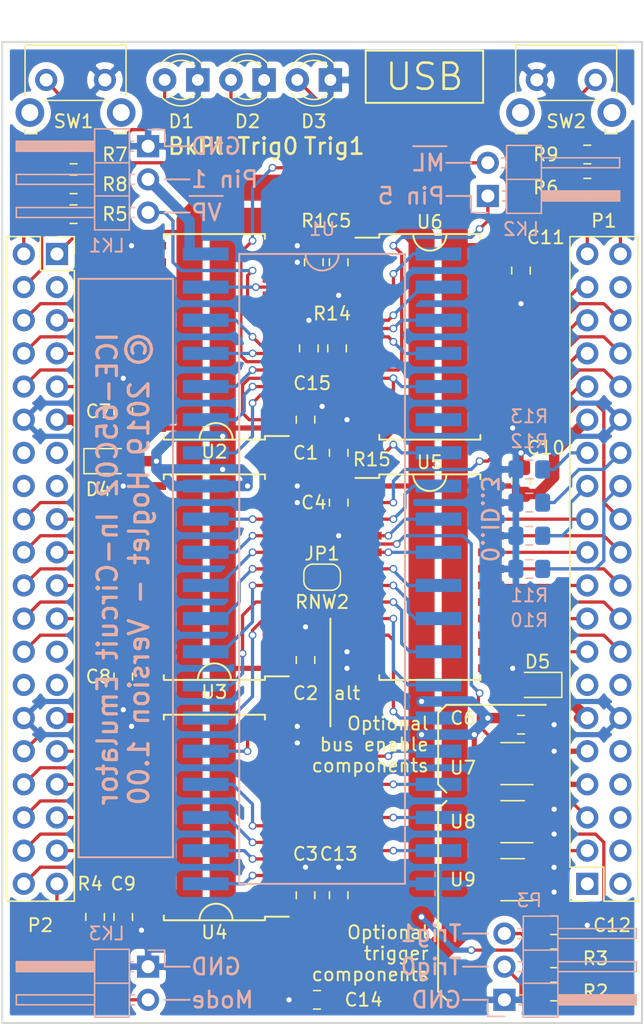
<source format=kicad_pcb>
(kicad_pcb (version 20171130) (host pcbnew 5.1.4-e60b266~84~ubuntu18.04.1)
  (layers (0 F.Cu signal) (31 B.Cu signal) (34 B.Paste user) (35 F.Paste user) (36 B.SilkS user) (37 F.SilkS user) (38 B.Mask user) (39 F.Mask user) (44 Edge.Cuts user))
  (net 0 "")
  (net 1 /GND)
  (net 2 /D7)
  (net 3 /D6)
  (net 4 /D5)
  (net 5 /D4)
  (net 6 /D3)
  (net 7 /D2)
  (net 8 /D1)
  (net 9 /D0)
  (net 10 /5V)
  (net 11 /3V3)
  (net 12 /A0)
  (net 13 /A1)
  (net 14 /A2)
  (net 15 /A3)
  (net 16 /A4)
  (net 17 /A5)
  (net 18 /A6)
  (net 19 /A7)
  (net 20 /A8)
  (net 21 /A9)
  (net 22 /A10)
  (net 23 /A11)
  (net 24 /A12)
  (net 25 /A13)
  (net 26 /A14)
  (net 27 /A15)
  (net 28 /nVP)
  (net 29 /nML)
  (net 30 "Net-(R1-Pad2)")
  (net 31 /RDY)
  (net 32 /PHI1OUT)
  (net 33 /nIRQ)
  (net 34 /nNMI)
  (net 35 /SYNC)
  (net 36 /RnW)
  (net 37 /BE)
  (net 38 /PHI2)
  (net 39 /nSO)
  (net 40 /PHI2OUT)
  (net 41 /nRST)
  (net 42 /LV_nVP)
  (net 43 /LV_PHI2OUT)
  (net 44 /LV_PHI1OUT)
  (net 45 /LV_nML)
  (net 46 /LV_RnW)
  (net 47 /LV_SYNC)
  (net 48 /LV_A0)
  (net 49 /LV_A1)
  (net 50 /LV_A2)
  (net 51 /LV_A3)
  (net 52 /LV_A4)
  (net 53 /LV_A5)
  (net 54 /LV_A6)
  (net 55 /LV_A7)
  (net 56 /LV_A8)
  (net 57 /LV_A9)
  (net 58 /LV_A10)
  (net 59 /LV_A11)
  (net 60 /LV_A15)
  (net 61 /LV_A14)
  (net 62 /LV_A13)
  (net 63 /LV_D7)
  (net 64 /LV_D6)
  (net 65 /LV_D5)
  (net 66 /LV_D4)
  (net 67 /LV_D3)
  (net 68 /LV_D2)
  (net 69 /LV_D1)
  (net 70 /LV_D0)
  (net 71 /LV_BE)
  (net 72 /LV_PHI2)
  (net 73 /LV_nIRQ)
  (net 74 /LV_nSO)
  (net 75 /LV_RDY)
  (net 76 /LV_nRST)
  (net 77 /LV_nNMI)
  (net 78 /LV_OED)
  (net 79 /LV_OEAL)
  (net 80 /LV_OEAH)
  (net 81 /LV_A12)
  (net 82 "Net-(P1-Pad38)")
  (net 83 "Net-(P1-Pad14)")
  (net 84 "Net-(P1-Pad13)")
  (net 85 "Net-(P1-Pad10)")
  (net 86 "Net-(P1-Pad8)")
  (net 87 "Net-(P1-Pad6)")
  (net 88 "Net-(P1-Pad4)")
  (net 89 "Net-(P1-Pad2)")
  (net 90 "Net-(P1-Pad1)")
  (net 91 "Net-(P2-Pad28)")
  (net 92 "Net-(P2-Pad27)")
  (net 93 "Net-(P2-Pad25)")
  (net 94 "Net-(P2-Pad16)")
  (net 95 "Net-(P2-Pad15)")
  (net 96 "Net-(P2-Pad14)")
  (net 97 "Net-(P2-Pad13)")
  (net 98 "Net-(P2-Pad3)")
  (net 99 "Net-(U1-Pad35)")
  (net 100 "Net-(U2-Pad15)")
  (net 101 "Net-(U2-Pad14)")
  (net 102 "Net-(U2-Pad10)")
  (net 103 "Net-(U2-Pad9)")
  (net 104 "Net-(U6-Pad21)")
  (net 105 "Net-(U6-Pad3)")
  (net 106 "Net-(D1-Pad2)")
  (net 107 "Net-(D2-Pad2)")
  (net 108 "Net-(D3-Pad2)")
  (net 109 /VIN2)
  (net 110 /VIN1)
  (net 111 /SW2)
  (net 112 /LED3)
  (net 113 /LV_TRIG1)
  (net 114 /LV_TRIG0)
  (net 115 /JUMPER)
  (net 116 /LV_OERW)
  (net 117 /LED2)
  (net 118 /SW1)
  (net 119 /LED1)
  (net 120 /TRIG1)
  (net 121 /TRIG0)
  (net 122 /LV_RnW2)
  (net 123 /RnW2)
  (net 124 /LV_DIRD)
  (net 125 "Net-(LK1-Pad2)")
  (net 126 "Net-(LK2-Pad1)")
  (net 127 /ID3)
  (net 128 /ID2)
  (net 129 /ID1)
  (net 130 /ID0)
  (net 131 /FILTERED_PHI2)
  (module Resistor_SMD:R_0805_2012Metric_Pad1.15x1.40mm_HandSolder (layer F.Cu) (at 194.183 73.27 90)
    (fp_text reference R14 (at 2.658 -0.381 180) (layer F.SilkS))
    (fp_text value 0)
    (pad 2 smd roundrect (at 1.025 0 90) (size 1.15 1.4) (layers F.Cu F.Paste F.Mask) (roundrect_rratio 0.217391) (net 38 /PHI2))
    (pad 1 smd roundrect (at -1.025 0 90) (size 1.15 1.4) (layers F.Cu F.Paste F.Mask) (roundrect_rratio 0.217391) (net 131 /FILTERED_PHI2))
  )
  (module Capacitor_SMD:C_0805_2012Metric_Pad1.15x1.40mm_HandSolder (layer F.Cu) (at 192.024 73.27 90)
    (fp_text reference C15 (at -2.676 0.254 180) (layer F.SilkS))
    (fp_text value 0)
    (pad 2 smd roundrect (at 1.025 0 90) (size 1.15 1.4) (layers F.Cu F.Paste F.Mask) (roundrect_rratio 0.217391) (net 1 /GND))
    (pad 1 smd roundrect (at -1.025 0 90) (size 1.15 1.4) (layers F.Cu F.Paste F.Mask) (roundrect_rratio 0.217391) (net 131 /FILTERED_PHI2))
  )
  (module Resistor_SMD:R_0805_2012Metric_Pad1.15x1.40mm_HandSolder (layer B.Cu) (at 208.915 82.55)
    (fp_text reference R13 (at 0 -4.064) (layer B.SilkS) (effects (justify mirror)))
    (fp_text value 0)
    (pad 2 smd roundrect (at 1.025 0) (size 1.15 1.4) (layers B.Cu B.Paste B.Mask) (roundrect_rratio 0.217391) (net 127 /ID3))
    (pad 1 smd roundrect (at -1.025 0) (size 1.15 1.4) (layers B.Cu B.Paste B.Mask) (roundrect_rratio 0.217391) (net 1 /GND))
  )
  (module Resistor_SMD:R_0805_2012Metric_Pad1.15x1.40mm_HandSolder (layer B.Cu) (at 208.915 85.09)
    (fp_text reference R12 (at 0 -4.699) (layer B.SilkS) (effects (justify mirror)))
    (fp_text value 0)
    (pad 2 smd roundrect (at 1.025 0) (size 1.15 1.4) (layers B.Cu B.Paste B.Mask) (roundrect_rratio 0.217391) (net 128 /ID2))
    (pad 1 smd roundrect (at -1.025 0) (size 1.15 1.4) (layers B.Cu B.Paste B.Mask) (roundrect_rratio 0.217391) (net 1 /GND))
  )
  (module Resistor_SMD:R_0805_2012Metric_Pad1.15x1.40mm_HandSolder (layer B.Cu) (at 208.915 87.63)
    (fp_text reference R11 (at 0 4.572) (layer B.SilkS) (effects (justify mirror)))
    (fp_text value 0)
    (pad 2 smd roundrect (at 1.025 0) (size 1.15 1.4) (layers B.Cu B.Paste B.Mask) (roundrect_rratio 0.217391) (net 129 /ID1))
    (pad 1 smd roundrect (at -1.025 0) (size 1.15 1.4) (layers B.Cu B.Paste B.Mask) (roundrect_rratio 0.217391) (net 1 /GND))
  )
  (module Resistor_SMD:R_0805_2012Metric_Pad1.15x1.40mm_HandSolder (layer B.Cu) (at 208.915 90.17)
    (fp_text reference R10 (at 0 3.937) (layer B.SilkS) (effects (justify mirror)))
    (fp_text value 0)
    (pad 2 smd roundrect (at 1.025 0) (size 1.15 1.4) (layers B.Cu B.Paste B.Mask) (roundrect_rratio 0.217391) (net 130 /ID0))
    (pad 1 smd roundrect (at -1.025 0) (size 1.15 1.4) (layers B.Cu B.Paste B.Mask) (roundrect_rratio 0.217391) (net 1 /GND))
  )
  (module footprints:dip40_smt_header (layer B.Cu) (at 185.42 66.04 180)
    (fp_text reference U1 (at -7.62 1.905 180) (layer B.SilkS) (effects (justify mirror)))
    (fp_text value WD65C02)
    (pad 40 smd rect (at -15.24 0 180) (size 3.5 1) (drill (offset -1.3 0)) (layers B.Cu B.Paste B.Mask) (net 41 /nRST))
    (pad 39 smd rect (at -15.24 -2.54 180) (size 3.5 1) (drill (offset -1.3 0)) (layers B.Cu B.Paste B.Mask) (net 40 /PHI2OUT))
    (pad 38 smd rect (at -15.24 -5.08 180) (size 3.5 1) (drill (offset -1.3 0)) (layers B.Cu B.Paste B.Mask) (net 39 /nSO))
    (pad 37 smd rect (at -15.24 -7.62 180) (size 3.5 1) (drill (offset -1.3 0)) (layers B.Cu B.Paste B.Mask) (net 38 /PHI2))
    (pad 36 smd rect (at -15.24 -10.16 180) (size 3.5 1) (drill (offset -1.3 0)) (layers B.Cu B.Paste B.Mask) (net 37 /BE))
    (pad 35 smd rect (at -15.24 -12.7 180) (size 3.5 1) (drill (offset -1.3 0)) (layers B.Cu B.Paste B.Mask) (net 99 "Net-(U1-Pad35)"))
    (pad 34 smd rect (at -15.24 -15.24 180) (size 3.5 1) (drill (offset -1.3 0)) (layers B.Cu B.Paste B.Mask) (net 36 /RnW))
    (pad 33 smd rect (at -15.24 -17.78 180) (size 3.5 1) (drill (offset -1.3 0)) (layers B.Cu B.Paste B.Mask) (net 9 /D0))
    (pad 32 smd rect (at -15.24 -20.32 180) (size 3.5 1) (drill (offset -1.3 0)) (layers B.Cu B.Paste B.Mask) (net 8 /D1))
    (pad 31 smd rect (at -15.24 -22.86 180) (size 3.5 1) (drill (offset -1.3 0)) (layers B.Cu B.Paste B.Mask) (net 7 /D2))
    (pad 30 smd rect (at -15.24 -25.4 180) (size 3.5 1) (drill (offset -1.3 0)) (layers B.Cu B.Paste B.Mask) (net 6 /D3))
    (pad 29 smd rect (at -15.24 -27.94 180) (size 3.5 1) (drill (offset -1.3 0)) (layers B.Cu B.Paste B.Mask) (net 5 /D4))
    (pad 28 smd rect (at -15.24 -30.48 180) (size 3.5 1) (drill (offset -1.3 0)) (layers B.Cu B.Paste B.Mask) (net 4 /D5))
    (pad 27 smd rect (at -15.24 -33.02 180) (size 3.5 1) (drill (offset -1.3 0)) (layers B.Cu B.Paste B.Mask) (net 3 /D6))
    (pad 26 smd rect (at -15.24 -35.56 180) (size 3.5 1) (drill (offset -1.3 0)) (layers B.Cu B.Paste B.Mask) (net 2 /D7))
    (pad 25 smd rect (at -15.24 -38.1 180) (size 3.5 1) (drill (offset -1.3 0)) (layers B.Cu B.Paste B.Mask) (net 27 /A15))
    (pad 24 smd rect (at -15.24 -40.64 180) (size 3.5 1) (drill (offset -1.3 0)) (layers B.Cu B.Paste B.Mask) (net 26 /A14))
    (pad 23 smd rect (at -15.24 -43.18 180) (size 3.5 1) (drill (offset -1.3 0)) (layers B.Cu B.Paste B.Mask) (net 25 /A13))
    (pad 22 smd rect (at -15.24 -45.72 180) (size 3.5 1) (drill (offset -1.3 0)) (layers B.Cu B.Paste B.Mask) (net 24 /A12))
    (pad 20 smd rect (at 0 -48.26 180) (size 3.5 1) (drill (offset 1.3 0)) (layers B.Cu B.Paste B.Mask) (net 23 /A11))
    (pad 19 smd rect (at 0 -45.72 180) (size 3.5 1) (drill (offset 1.3 0)) (layers B.Cu B.Paste B.Mask) (net 22 /A10))
    (pad 18 smd rect (at 0 -43.18 180) (size 3.5 1) (drill (offset 1.3 0)) (layers B.Cu B.Paste B.Mask) (net 21 /A9))
    (pad 17 smd rect (at 0 -40.64 180) (size 3.5 1) (drill (offset 1.3 0)) (layers B.Cu B.Paste B.Mask) (net 20 /A8))
    (pad 16 smd rect (at 0 -38.1 180) (size 3.5 1) (drill (offset 1.3 0)) (layers B.Cu B.Paste B.Mask) (net 19 /A7))
    (pad 15 smd rect (at 0 -35.56 180) (size 3.5 1) (drill (offset 1.3 0)) (layers B.Cu B.Paste B.Mask) (net 18 /A6))
    (pad 14 smd rect (at 0 -33.02 180) (size 3.5 1) (drill (offset 1.3 0)) (layers B.Cu B.Paste B.Mask) (net 17 /A5))
    (pad 13 smd rect (at 0 -30.48 180) (size 3.5 1) (drill (offset 1.3 0)) (layers B.Cu B.Paste B.Mask) (net 16 /A4))
    (pad 12 smd rect (at 0 -27.94 180) (size 3.5 1) (drill (offset 1.3 0)) (layers B.Cu B.Paste B.Mask) (net 15 /A3))
    (pad 11 smd rect (at 0 -25.4 180) (size 3.5 1) (drill (offset 1.3 0)) (layers B.Cu B.Paste B.Mask) (net 14 /A2))
    (pad 10 smd rect (at 0 -22.86 180) (size 3.5 1) (drill (offset 1.3 0)) (layers B.Cu B.Paste B.Mask) (net 13 /A1))
    (pad 9 smd rect (at 0 -20.32 180) (size 3.5 1) (drill (offset 1.3 0)) (layers B.Cu B.Paste B.Mask) (net 12 /A0))
    (pad 8 smd rect (at 0 -17.78 180) (size 3.5 1) (drill (offset 1.3 0)) (layers B.Cu B.Paste B.Mask) (net 10 /5V))
    (pad 7 smd rect (at 0 -15.24 180) (size 3.5 1) (drill (offset 1.3 0)) (layers B.Cu B.Paste B.Mask) (net 35 /SYNC))
    (pad 6 smd rect (at 0 -12.7 180) (size 3.5 1) (drill (offset 1.3 0)) (layers B.Cu B.Paste B.Mask) (net 34 /nNMI))
    (pad 5 smd rect (at 0 -10.16 180) (size 3.5 1) (drill (offset 1.3 0)) (layers B.Cu B.Paste B.Mask) (net 126 "Net-(LK2-Pad1)"))
    (pad 4 smd rect (at 0 -7.62 180) (size 3.5 1) (drill (offset 1.3 0)) (layers B.Cu B.Paste B.Mask) (net 33 /nIRQ))
    (pad 3 smd rect (at 0 -5.08 180) (size 3.5 1) (drill (offset 1.3 0)) (layers B.Cu B.Paste B.Mask) (net 32 /PHI1OUT))
    (pad 2 smd rect (at 0 -2.54 180) (size 3.5 1) (drill (offset 1.3 0)) (layers B.Cu B.Paste B.Mask) (net 31 /RDY))
    (pad 1 smd rect (at 0 0 180) (size 3.5 1) (drill (offset 1.3 0)) (layers B.Cu B.Paste B.Mask) (net 125 "Net-(LK1-Pad2)"))
    (pad 21 smd rect (at -15.24 -48.26 180) (size 3.5 1) (drill (offset -1.3 0)) (layers B.Cu B.Paste B.Mask) (net 1 /GND))
  )
  (module Resistor_SMD:R_0805_2012Metric_Pad1.15x1.40mm_HandSolder (layer F.Cu) (at 210.82 120.015)
    (fp_text reference R3 (at 3.175 0) (layer F.SilkS))
    (fp_text value 22K)
    (pad 1 smd roundrect (at -1.025 0) (size 1.15 1.4) (layers F.Cu F.Paste F.Mask) (roundrect_rratio 0.217391) (net 10 /5V))
    (pad 2 smd roundrect (at 1.025 0) (size 1.15 1.4) (layers F.Cu F.Paste F.Mask) (roundrect_rratio 0.217391) (net 120 /TRIG1))
  )
  (module footprints:SOIC-24W_7.5x15.4mm_Pitch1.27mm (layer F.Cu) (at 184.785 72.39 180)
    (fp_text reference U2 (at 0 -8.8 180) (layer F.SilkS))
    (fp_text value 74LVC4245)
    (pad 24 smd rect (at 4.7 -6.985 180) (size 2 0.6) (layers F.Cu F.Paste F.Mask) (net 11 /3V3))
    (pad 23 smd rect (at 4.7 -5.715 180) (size 2 0.6) (layers F.Cu F.Paste F.Mask) (net 11 /3V3))
    (pad 22 smd rect (at 4.7 -4.445 180) (size 2 0.6) (layers F.Cu F.Paste F.Mask) (net 1 /GND))
    (pad 21 smd rect (at 4.7 -3.175 180) (size 2 0.6) (layers F.Cu F.Paste F.Mask) (net 47 /LV_SYNC))
    (pad 20 smd rect (at 4.7 -1.905 180) (size 2 0.6) (layers F.Cu F.Paste F.Mask) (net 122 /LV_RnW2))
    (pad 19 smd rect (at 4.7 -0.635 180) (size 2 0.6) (layers F.Cu F.Paste F.Mask) (net 45 /LV_nML))
    (pad 18 smd rect (at 4.7 0.635 180) (size 2 0.6) (layers F.Cu F.Paste F.Mask) (net 44 /LV_PHI1OUT))
    (pad 17 smd rect (at 4.7 1.905 180) (size 2 0.6) (layers F.Cu F.Paste F.Mask) (net 43 /LV_PHI2OUT))
    (pad 16 smd rect (at 4.7 3.175 180) (size 2 0.6) (layers F.Cu F.Paste F.Mask) (net 42 /LV_nVP))
    (pad 15 smd rect (at 4.7 4.445 180) (size 2 0.6) (layers F.Cu F.Paste F.Mask) (net 100 "Net-(U2-Pad15)"))
    (pad 14 smd rect (at 4.7 5.715 180) (size 2 0.6) (layers F.Cu F.Paste F.Mask) (net 101 "Net-(U2-Pad14)"))
    (pad 13 smd rect (at 4.7 6.985 180) (size 2 0.6) (layers F.Cu F.Paste F.Mask) (net 1 /GND))
    (pad 12 smd rect (at -4.7 6.985 180) (size 2 0.6) (layers F.Cu F.Paste F.Mask) (net 1 /GND))
    (pad 11 smd rect (at -4.7 5.715 180) (size 2 0.6) (layers F.Cu F.Paste F.Mask) (net 1 /GND))
    (pad 10 smd rect (at -4.7 4.445 180) (size 2 0.6) (layers F.Cu F.Paste F.Mask) (net 102 "Net-(U2-Pad10)"))
    (pad 9 smd rect (at -4.7 3.175 180) (size 2 0.6) (layers F.Cu F.Paste F.Mask) (net 103 "Net-(U2-Pad9)"))
    (pad 8 smd rect (at -4.7 1.905 180) (size 2 0.6) (layers F.Cu F.Paste F.Mask) (net 28 /nVP))
    (pad 7 smd rect (at -4.7 0.635 180) (size 2 0.6) (layers F.Cu F.Paste F.Mask) (net 40 /PHI2OUT))
    (pad 6 smd rect (at -4.7 -0.635 180) (size 2 0.6) (layers F.Cu F.Paste F.Mask) (net 32 /PHI1OUT))
    (pad 5 smd rect (at -4.7 -1.905 180) (size 2 0.6) (layers F.Cu F.Paste F.Mask) (net 29 /nML))
    (pad 4 smd rect (at -4.7 -3.175 180) (size 2 0.6) (layers F.Cu F.Paste F.Mask) (net 123 /RnW2))
    (pad 3 smd rect (at -4.7 -4.445 180) (size 2 0.6) (layers F.Cu F.Paste F.Mask) (net 35 /SYNC))
    (pad 2 smd rect (at -4.7 -5.715 180) (size 2 0.6) (layers F.Cu F.Paste F.Mask) (net 1 /GND))
    (pad 1 smd rect (at -4.7 -6.985 180) (size 2 0.6) (layers F.Cu F.Paste F.Mask) (net 10 /5V))
  )
  (module Jumper:SolderJumper-2_P1.3mm_Open_RoundedPad1.0x1.5mm (layer F.Cu) (at 193.04 90.805)
    (fp_text reference JP1 (at 0 -1.8) (layer F.SilkS))
    (fp_text value Jumper_2_Open)
    (pad 2 smd custom (at 0.65 0) (size 1 0.5) (layers F.Cu F.Mask) (net 36 /RnW) (options (clearance outline) (anchor rect)) (primitives (gr_circle (center 0 0.25) (end 0.5 0.25) (width 0)) (gr_circle (center 0 -0.25) (end 0.5 -0.25) (width 0)) (gr_poly (pts (xy 0 -0.75) (xy -0.5 -0.75) (xy -0.5 0.75) (xy 0 0.75)) (width 0))))
    (pad 1 smd custom (at -0.65 0) (size 1 0.5) (layers F.Cu F.Mask) (net 123 /RnW2) (options (clearance outline) (anchor rect)) (primitives (gr_circle (center 0 0.25) (end 0.5 0.25) (width 0)) (gr_circle (center 0 -0.25) (end 0.5 -0.25) (width 0)) (gr_poly (pts (xy 0 -0.75) (xy 0.5 -0.75) (xy 0.5 0.75) (xy 0 0.75)) (width 0))))
  )
  (module Capacitor_SMD:C_0805_2012Metric_Pad1.15x1.40mm_HandSolder (layer F.Cu) (at 210.82 117.475)
    (fp_text reference C12 (at 4.445 0) (layer F.SilkS))
    (fp_text value 100nF)
    (pad 2 smd roundrect (at 1.025 0) (size 1.15 1.4) (layers F.Cu F.Paste F.Mask) (roundrect_rratio 0.217391) (net 1 /GND))
    (pad 1 smd roundrect (at -1.025 0) (size 1.15 1.4) (layers F.Cu F.Paste F.Mask) (roundrect_rratio 0.217391) (net 11 /3V3))
  )
  (module Capacitor_SMD:C_0805_2012Metric_Pad1.15x1.40mm_HandSolder (layer F.Cu) (at 208.28 102.108)
    (fp_text reference C6 (at -4.445 -0.508) (layer F.SilkS))
    (fp_text value 100nF)
    (pad 2 smd roundrect (at 1.025 0) (size 1.15 1.4) (layers F.Cu F.Paste F.Mask) (roundrect_rratio 0.217391) (net 1 /GND))
    (pad 1 smd roundrect (at -1.025 0) (size 1.15 1.4) (layers F.Cu F.Paste F.Mask) (roundrect_rratio 0.217391) (net 10 /5V))
  )
  (module Connector_PinHeader_2.54mm:PinHeader_1x02_P2.54mm_Horizontal (layer B.Cu) (at 179.705 120.65 180)
    (fp_text reference LK3 (at 3.175 2.54) (layer B.SilkS) (effects (justify mirror)))
    (fp_text value Conn_01x02)
    (pad 2 thru_hole oval (at 0 -2.54 180) (size 1.7 1.7) (drill 1) (layers *.Cu *.Mask) (net 115 /JUMPER))
    (pad 1 thru_hole rect (at 0 0 180) (size 1.7 1.7) (drill 1) (layers *.Cu *.Mask) (net 1 /GND))
  )
  (module Connector_PinHeader_2.54mm:PinHeader_1x03_P2.54mm_Horizontal (layer B.Cu) (at 207.01 123.19)
    (fp_text reference P3 (at 1.905 -7.62) (layer B.SilkS) (effects (justify mirror)))
    (fp_text value Conn_01x03)
    (pad 3 thru_hole oval (at 0 -5.08) (size 1.7 1.7) (drill 1) (layers *.Cu *.Mask) (net 120 /TRIG1))
    (pad 2 thru_hole oval (at 0 -2.54) (size 1.7 1.7) (drill 1) (layers *.Cu *.Mask) (net 121 /TRIG0))
    (pad 1 thru_hole rect (at 0 0) (size 1.7 1.7) (drill 1) (layers *.Cu *.Mask) (net 1 /GND))
  )
  (module footprints:SW_Tactile_SKHH_Angled (layer F.Cu) (at 209.495 52.705)
    (fp_text reference SW2 (at 2.25 3.175) (layer F.SilkS))
    (fp_text value SW_Push)
    (pad "" thru_hole circle (at 5.75 2.5 180) (size 2.2 2.2) (drill 1.3) (layers *.Cu *.Mask))
    (pad "" thru_hole circle (at -1.25 2.5 180) (size 2.2 2.2) (drill 1.3) (layers *.Cu *.Mask))
    (pad 2 thru_hole circle (at 4.5 0 180) (size 1.7 1.7) (drill 1) (layers *.Cu *.Mask) (net 111 /SW2))
    (pad 1 thru_hole circle (at 0 0 180) (size 1.7 1.7) (drill 1) (layers *.Cu *.Mask) (net 1 /GND))
  )
  (module footprints:SW_Tactile_SKHH_Angled (layer F.Cu) (at 171.8945 52.705)
    (fp_text reference SW1 (at 2.0955 3.175) (layer F.SilkS))
    (fp_text value SW_Push)
    (pad "" thru_hole circle (at 5.75 2.5 180) (size 2.2 2.2) (drill 1.3) (layers *.Cu *.Mask))
    (pad "" thru_hole circle (at -1.25 2.5 180) (size 2.2 2.2) (drill 1.3) (layers *.Cu *.Mask))
    (pad 2 thru_hole circle (at 4.5 0 180) (size 1.7 1.7) (drill 1) (layers *.Cu *.Mask) (net 1 /GND))
    (pad 1 thru_hole circle (at 0 0 180) (size 1.7 1.7) (drill 1) (layers *.Cu *.Mask) (net 118 /SW1))
  )
  (module Connector_PinHeader_2.54mm:PinHeader_1x02_P2.54mm_Horizontal (layer B.Cu) (at 205.74 61.595)
    (fp_text reference LK2 (at 2.54 2.54) (layer B.SilkS) (effects (justify mirror)))
    (fp_text value Conn_01x02)
    (pad 2 thru_hole oval (at 0 -2.54) (size 1.7 1.7) (drill 1) (layers *.Cu *.Mask) (net 29 /nML))
    (pad 1 thru_hole rect (at 0 0) (size 1.7 1.7) (drill 1) (layers *.Cu *.Mask) (net 126 "Net-(LK2-Pad1)"))
  )
  (module Connector_PinHeader_2.54mm:PinHeader_1x03_P2.54mm_Horizontal (layer B.Cu) (at 179.705 57.785 180)
    (fp_text reference LK1 (at 3.175 -7.62) (layer B.SilkS) (effects (justify mirror)))
    (fp_text value Conn_01x03)
    (pad 3 thru_hole oval (at 0 -5.08 180) (size 1.7 1.7) (drill 1) (layers *.Cu *.Mask) (net 28 /nVP))
    (pad 2 thru_hole oval (at 0 -2.54 180) (size 1.7 1.7) (drill 1) (layers *.Cu *.Mask) (net 125 "Net-(LK1-Pad2)"))
    (pad 1 thru_hole rect (at 0 0 180) (size 1.7 1.7) (drill 1) (layers *.Cu *.Mask) (net 1 /GND))
  )
  (module LED_THT:LED_D3.0mm (layer F.Cu) (at 188.595 52.705 180)
    (fp_text reference D2 (at 1.27 -3.175) (layer F.SilkS))
    (fp_text value LED)
    (pad 2 thru_hole circle (at 2.54 0 180) (size 1.8 1.8) (drill 0.9) (layers *.Cu *.Mask) (net 107 "Net-(D2-Pad2)"))
    (pad 1 thru_hole rect (at 0 0 180) (size 1.8 1.8) (drill 0.9) (layers *.Cu *.Mask) (net 1 /GND))
  )
  (module LED_THT:LED_D3.0mm (layer F.Cu) (at 193.675 52.705 180)
    (fp_text reference D3 (at 1.27 -3.175) (layer F.SilkS))
    (fp_text value LED)
    (pad 2 thru_hole circle (at 2.54 0 180) (size 1.8 1.8) (drill 0.9) (layers *.Cu *.Mask) (net 108 "Net-(D3-Pad2)"))
    (pad 1 thru_hole rect (at 0 0 180) (size 1.8 1.8) (drill 0.9) (layers *.Cu *.Mask) (net 1 /GND))
  )
  (module LED_THT:LED_D3.0mm (layer F.Cu) (at 183.515 52.705 180)
    (fp_text reference D1 (at 1.27 -3.175) (layer F.SilkS))
    (fp_text value LED)
    (pad 2 thru_hole circle (at 2.54 0 180) (size 1.8 1.8) (drill 0.9) (layers *.Cu *.Mask) (net 106 "Net-(D1-Pad2)"))
    (pad 1 thru_hole rect (at 0 0 180) (size 1.8 1.8) (drill 0.9) (layers *.Cu *.Mask) (net 1 /GND))
  )
  (module Connector_PinSocket_2.54mm:PinSocket_2x20_P2.54mm_Vertical (layer F.Cu) (at 172.72 66.04)
    (fp_text reference P2 (at -1.27 51.435) (layer F.SilkS))
    (fp_text value Conn_02x20_Odd_Even)
    (pad 40 thru_hole oval (at -2.54 48.26) (size 1.7 1.7) (drill 1) (layers *.Cu *.Mask) (net 80 /LV_OEAH))
    (pad 39 thru_hole oval (at 0 48.26) (size 1.7 1.7) (drill 1) (layers *.Cu *.Mask) (net 115 /JUMPER))
    (pad 38 thru_hole oval (at -2.54 45.72) (size 1.7 1.7) (drill 1) (layers *.Cu *.Mask) (net 58 /LV_A10))
    (pad 37 thru_hole oval (at 0 45.72) (size 1.7 1.7) (drill 1) (layers *.Cu *.Mask) (net 59 /LV_A11))
    (pad 36 thru_hole oval (at -2.54 43.18) (size 1.7 1.7) (drill 1) (layers *.Cu *.Mask) (net 56 /LV_A8))
    (pad 35 thru_hole oval (at 0 43.18) (size 1.7 1.7) (drill 1) (layers *.Cu *.Mask) (net 57 /LV_A9))
    (pad 34 thru_hole oval (at -2.54 40.64) (size 1.7 1.7) (drill 1) (layers *.Cu *.Mask) (net 62 /LV_A13))
    (pad 33 thru_hole oval (at 0 40.64) (size 1.7 1.7) (drill 1) (layers *.Cu *.Mask) (net 81 /LV_A12))
    (pad 32 thru_hole oval (at -2.54 38.1) (size 1.7 1.7) (drill 1) (layers *.Cu *.Mask) (net 60 /LV_A15))
    (pad 31 thru_hole oval (at 0 38.1) (size 1.7 1.7) (drill 1) (layers *.Cu *.Mask) (net 61 /LV_A14))
    (pad 30 thru_hole oval (at -2.54 35.56) (size 1.7 1.7) (drill 1) (layers *.Cu *.Mask) (net 1 /GND))
    (pad 29 thru_hole oval (at 0 35.56) (size 1.7 1.7) (drill 1) (layers *.Cu *.Mask) (net 11 /3V3))
    (pad 28 thru_hole oval (at -2.54 33.02) (size 1.7 1.7) (drill 1) (layers *.Cu *.Mask) (net 91 "Net-(P2-Pad28)"))
    (pad 27 thru_hole oval (at 0 33.02) (size 1.7 1.7) (drill 1) (layers *.Cu *.Mask) (net 92 "Net-(P2-Pad27)"))
    (pad 26 thru_hole oval (at -2.54 30.48) (size 1.7 1.7) (drill 1) (layers *.Cu *.Mask) (net 79 /LV_OEAL))
    (pad 25 thru_hole oval (at 0 30.48) (size 1.7 1.7) (drill 1) (layers *.Cu *.Mask) (net 93 "Net-(P2-Pad25)"))
    (pad 24 thru_hole oval (at -2.54 27.94) (size 1.7 1.7) (drill 1) (layers *.Cu *.Mask) (net 54 /LV_A6))
    (pad 23 thru_hole oval (at 0 27.94) (size 1.7 1.7) (drill 1) (layers *.Cu *.Mask) (net 55 /LV_A7))
    (pad 22 thru_hole oval (at -2.54 25.4) (size 1.7 1.7) (drill 1) (layers *.Cu *.Mask) (net 52 /LV_A4))
    (pad 21 thru_hole oval (at 0 25.4) (size 1.7 1.7) (drill 1) (layers *.Cu *.Mask) (net 53 /LV_A5))
    (pad 20 thru_hole oval (at -2.54 22.86) (size 1.7 1.7) (drill 1) (layers *.Cu *.Mask) (net 50 /LV_A2))
    (pad 19 thru_hole oval (at 0 22.86) (size 1.7 1.7) (drill 1) (layers *.Cu *.Mask) (net 51 /LV_A3))
    (pad 18 thru_hole oval (at -2.54 20.32) (size 1.7 1.7) (drill 1) (layers *.Cu *.Mask) (net 48 /LV_A0))
    (pad 17 thru_hole oval (at 0 20.32) (size 1.7 1.7) (drill 1) (layers *.Cu *.Mask) (net 49 /LV_A1))
    (pad 16 thru_hole oval (at -2.54 17.78) (size 1.7 1.7) (drill 1) (layers *.Cu *.Mask) (net 94 "Net-(P2-Pad16)"))
    (pad 15 thru_hole oval (at 0 17.78) (size 1.7 1.7) (drill 1) (layers *.Cu *.Mask) (net 95 "Net-(P2-Pad15)"))
    (pad 14 thru_hole oval (at -2.54 15.24) (size 1.7 1.7) (drill 1) (layers *.Cu *.Mask) (net 96 "Net-(P2-Pad14)"))
    (pad 13 thru_hole oval (at 0 15.24) (size 1.7 1.7) (drill 1) (layers *.Cu *.Mask) (net 97 "Net-(P2-Pad13)"))
    (pad 12 thru_hole oval (at -2.54 12.7) (size 1.7 1.7) (drill 1) (layers *.Cu *.Mask) (net 1 /GND))
    (pad 11 thru_hole oval (at 0 12.7) (size 1.7 1.7) (drill 1) (layers *.Cu *.Mask) (net 109 /VIN2))
    (pad 10 thru_hole oval (at -2.54 10.16) (size 1.7 1.7) (drill 1) (layers *.Cu *.Mask) (net 122 /LV_RnW2))
    (pad 9 thru_hole oval (at 0 10.16) (size 1.7 1.7) (drill 1) (layers *.Cu *.Mask) (net 47 /LV_SYNC))
    (pad 8 thru_hole oval (at -2.54 7.62) (size 1.7 1.7) (drill 1) (layers *.Cu *.Mask) (net 44 /LV_PHI1OUT))
    (pad 7 thru_hole oval (at 0 7.62) (size 1.7 1.7) (drill 1) (layers *.Cu *.Mask) (net 45 /LV_nML))
    (pad 6 thru_hole oval (at -2.54 5.08) (size 1.7 1.7) (drill 1) (layers *.Cu *.Mask) (net 42 /LV_nVP))
    (pad 5 thru_hole oval (at 0 5.08) (size 1.7 1.7) (drill 1) (layers *.Cu *.Mask) (net 43 /LV_PHI2OUT))
    (pad 4 thru_hole oval (at -2.54 2.54) (size 1.7 1.7) (drill 1) (layers *.Cu *.Mask) (net 117 /LED2))
    (pad 3 thru_hole oval (at 0 2.54) (size 1.7 1.7) (drill 1) (layers *.Cu *.Mask) (net 98 "Net-(P2-Pad3)"))
    (pad 2 thru_hole oval (at -2.54 0) (size 1.7 1.7) (drill 1) (layers *.Cu *.Mask) (net 119 /LED1))
    (pad 1 thru_hole rect (at 0 0) (size 1.7 1.7) (drill 1) (layers *.Cu *.Mask) (net 118 /SW1))
  )
  (module Connector_PinSocket_2.54mm:PinSocket_2x20_P2.54mm_Vertical (layer F.Cu) (at 213.36 114.3 180)
    (fp_text reference P1 (at -1.27 50.8) (layer F.SilkS))
    (fp_text value Conn_02x20_Odd_Even)
    (pad 40 thru_hole oval (at -2.54 48.26 180) (size 1.7 1.7) (drill 1) (layers *.Cu *.Mask) (net 112 /LED3))
    (pad 39 thru_hole oval (at 0 48.26 180) (size 1.7 1.7) (drill 1) (layers *.Cu *.Mask) (net 111 /SW2))
    (pad 38 thru_hole oval (at -2.54 45.72 180) (size 1.7 1.7) (drill 1) (layers *.Cu *.Mask) (net 82 "Net-(P1-Pad38)"))
    (pad 37 thru_hole oval (at 0 45.72 180) (size 1.7 1.7) (drill 1) (layers *.Cu *.Mask) (net 76 /LV_nRST))
    (pad 36 thru_hole oval (at -2.54 43.18 180) (size 1.7 1.7) (drill 1) (layers *.Cu *.Mask) (net 75 /LV_RDY))
    (pad 35 thru_hole oval (at 0 43.18 180) (size 1.7 1.7) (drill 1) (layers *.Cu *.Mask) (net 74 /LV_nSO))
    (pad 34 thru_hole oval (at -2.54 40.64 180) (size 1.7 1.7) (drill 1) (layers *.Cu *.Mask) (net 73 /LV_nIRQ))
    (pad 33 thru_hole oval (at 0 40.64 180) (size 1.7 1.7) (drill 1) (layers *.Cu *.Mask) (net 72 /LV_PHI2))
    (pad 32 thru_hole oval (at -2.54 38.1 180) (size 1.7 1.7) (drill 1) (layers *.Cu *.Mask) (net 71 /LV_BE))
    (pad 31 thru_hole oval (at 0 38.1 180) (size 1.7 1.7) (drill 1) (layers *.Cu *.Mask) (net 77 /LV_nNMI))
    (pad 30 thru_hole oval (at -2.54 35.56 180) (size 1.7 1.7) (drill 1) (layers *.Cu *.Mask) (net 1 /GND))
    (pad 29 thru_hole oval (at 0 35.56 180) (size 1.7 1.7) (drill 1) (layers *.Cu *.Mask) (net 11 /3V3))
    (pad 28 thru_hole oval (at -2.54 33.02 180) (size 1.7 1.7) (drill 1) (layers *.Cu *.Mask) (net 128 /ID2))
    (pad 27 thru_hole oval (at 0 33.02 180) (size 1.7 1.7) (drill 1) (layers *.Cu *.Mask) (net 127 /ID3))
    (pad 26 thru_hole oval (at -2.54 30.48 180) (size 1.7 1.7) (drill 1) (layers *.Cu *.Mask) (net 130 /ID0))
    (pad 25 thru_hole oval (at 0 30.48 180) (size 1.7 1.7) (drill 1) (layers *.Cu *.Mask) (net 129 /ID1))
    (pad 24 thru_hole oval (at -2.54 27.94 180) (size 1.7 1.7) (drill 1) (layers *.Cu *.Mask) (net 124 /LV_DIRD))
    (pad 23 thru_hole oval (at 0 27.94 180) (size 1.7 1.7) (drill 1) (layers *.Cu *.Mask) (net 78 /LV_OED))
    (pad 22 thru_hole oval (at -2.54 25.4 180) (size 1.7 1.7) (drill 1) (layers *.Cu *.Mask) (net 70 /LV_D0))
    (pad 21 thru_hole oval (at 0 25.4 180) (size 1.7 1.7) (drill 1) (layers *.Cu *.Mask) (net 69 /LV_D1))
    (pad 20 thru_hole oval (at -2.54 22.86 180) (size 1.7 1.7) (drill 1) (layers *.Cu *.Mask) (net 68 /LV_D2))
    (pad 19 thru_hole oval (at 0 22.86 180) (size 1.7 1.7) (drill 1) (layers *.Cu *.Mask) (net 67 /LV_D3))
    (pad 18 thru_hole oval (at -2.54 20.32 180) (size 1.7 1.7) (drill 1) (layers *.Cu *.Mask) (net 66 /LV_D4))
    (pad 17 thru_hole oval (at 0 20.32 180) (size 1.7 1.7) (drill 1) (layers *.Cu *.Mask) (net 65 /LV_D5))
    (pad 16 thru_hole oval (at -2.54 17.78 180) (size 1.7 1.7) (drill 1) (layers *.Cu *.Mask) (net 64 /LV_D6))
    (pad 15 thru_hole oval (at 0 17.78 180) (size 1.7 1.7) (drill 1) (layers *.Cu *.Mask) (net 63 /LV_D7))
    (pad 14 thru_hole oval (at -2.54 15.24 180) (size 1.7 1.7) (drill 1) (layers *.Cu *.Mask) (net 83 "Net-(P1-Pad14)"))
    (pad 13 thru_hole oval (at 0 15.24 180) (size 1.7 1.7) (drill 1) (layers *.Cu *.Mask) (net 84 "Net-(P1-Pad13)"))
    (pad 12 thru_hole oval (at -2.54 12.7 180) (size 1.7 1.7) (drill 1) (layers *.Cu *.Mask) (net 1 /GND))
    (pad 11 thru_hole oval (at 0 12.7 180) (size 1.7 1.7) (drill 1) (layers *.Cu *.Mask) (net 110 /VIN1))
    (pad 10 thru_hole oval (at -2.54 10.16 180) (size 1.7 1.7) (drill 1) (layers *.Cu *.Mask) (net 85 "Net-(P1-Pad10)"))
    (pad 9 thru_hole oval (at 0 10.16 180) (size 1.7 1.7) (drill 1) (layers *.Cu *.Mask) (net 46 /LV_RnW))
    (pad 8 thru_hole oval (at -2.54 7.62 180) (size 1.7 1.7) (drill 1) (layers *.Cu *.Mask) (net 86 "Net-(P1-Pad8)"))
    (pad 7 thru_hole oval (at 0 7.62 180) (size 1.7 1.7) (drill 1) (layers *.Cu *.Mask) (net 116 /LV_OERW))
    (pad 6 thru_hole oval (at -2.54 5.08 180) (size 1.7 1.7) (drill 1) (layers *.Cu *.Mask) (net 87 "Net-(P1-Pad6)"))
    (pad 5 thru_hole oval (at 0 5.08 180) (size 1.7 1.7) (drill 1) (layers *.Cu *.Mask) (net 114 /LV_TRIG0))
    (pad 4 thru_hole oval (at -2.54 2.54 180) (size 1.7 1.7) (drill 1) (layers *.Cu *.Mask) (net 88 "Net-(P1-Pad4)"))
    (pad 3 thru_hole oval (at 0 2.54 180) (size 1.7 1.7) (drill 1) (layers *.Cu *.Mask) (net 113 /LV_TRIG1))
    (pad 2 thru_hole oval (at -2.54 0 180) (size 1.7 1.7) (drill 1) (layers *.Cu *.Mask) (net 89 "Net-(P1-Pad2)"))
    (pad 1 thru_hole rect (at 0 0 180) (size 1.7 1.7) (drill 1) (layers *.Cu *.Mask) (net 90 "Net-(P1-Pad1)"))
  )
  (module Package_TO_SOT_SMD:SOT-23-5_HandSoldering (layer F.Cu) (at 207.645 113.985 180)
    (fp_text reference U9 (at 3.81 0) (layer F.SilkS))
    (fp_text value 74LV1T125)
    (pad 5 smd rect (at 1.35 -0.95 180) (size 1.56 0.65) (layers F.Cu F.Paste F.Mask) (net 11 /3V3))
    (pad 4 smd rect (at 1.35 0.95 180) (size 1.56 0.65) (layers F.Cu F.Paste F.Mask) (net 113 /LV_TRIG1))
    (pad 3 smd rect (at -1.35 0.95 180) (size 1.56 0.65) (layers F.Cu F.Paste F.Mask) (net 1 /GND))
    (pad 2 smd rect (at -1.35 0 180) (size 1.56 0.65) (layers F.Cu F.Paste F.Mask) (net 120 /TRIG1))
    (pad 1 smd rect (at -1.35 -0.95 180) (size 1.56 0.65) (layers F.Cu F.Paste F.Mask) (net 1 /GND))
  )
  (module Package_TO_SOT_SMD:SOT-23-5_HandSoldering (layer F.Cu) (at 207.645 109.54 180)
    (fp_text reference U8 (at 3.81 0) (layer F.SilkS))
    (fp_text value 74LV1T125)
    (pad 5 smd rect (at 1.35 -0.95 180) (size 1.56 0.65) (layers F.Cu F.Paste F.Mask) (net 11 /3V3))
    (pad 4 smd rect (at 1.35 0.95 180) (size 1.56 0.65) (layers F.Cu F.Paste F.Mask) (net 114 /LV_TRIG0))
    (pad 3 smd rect (at -1.35 0.95 180) (size 1.56 0.65) (layers F.Cu F.Paste F.Mask) (net 1 /GND))
    (pad 2 smd rect (at -1.35 0 180) (size 1.56 0.65) (layers F.Cu F.Paste F.Mask) (net 121 /TRIG0))
    (pad 1 smd rect (at -1.35 -0.95 180) (size 1.56 0.65) (layers F.Cu F.Paste F.Mask) (net 1 /GND))
  )
  (module Package_TO_SOT_SMD:SOT-23-5_HandSoldering (layer F.Cu) (at 207.645 105.09 180)
    (fp_text reference U7 (at 3.81 -0.32) (layer F.SilkS))
    (fp_text value 74LV1T125)
    (pad 5 smd rect (at 1.35 -0.95 180) (size 1.56 0.65) (layers F.Cu F.Paste F.Mask) (net 10 /5V))
    (pad 4 smd rect (at 1.35 0.95 180) (size 1.56 0.65) (layers F.Cu F.Paste F.Mask) (net 36 /RnW))
    (pad 3 smd rect (at -1.35 0.95 180) (size 1.56 0.65) (layers F.Cu F.Paste F.Mask) (net 1 /GND))
    (pad 2 smd rect (at -1.35 0 180) (size 1.56 0.65) (layers F.Cu F.Paste F.Mask) (net 46 /LV_RnW))
    (pad 1 smd rect (at -1.35 -0.95 180) (size 1.56 0.65) (layers F.Cu F.Paste F.Mask) (net 116 /LV_OERW))
  )
  (module Resistor_SMD:R_0805_2012Metric_Pad1.15x1.40mm_HandSolder (layer F.Cu) (at 213.36 58.42 180)
    (fp_text reference R9 (at 3.175 0 180) (layer F.SilkS))
    (fp_text value 330)
    (pad 2 smd roundrect (at 1.025 0 180) (size 1.15 1.4) (layers F.Cu F.Paste F.Mask) (roundrect_rratio 0.217391) (net 108 "Net-(D3-Pad2)"))
    (pad 1 smd roundrect (at -1.025 0 180) (size 1.15 1.4) (layers F.Cu F.Paste F.Mask) (roundrect_rratio 0.217391) (net 112 /LED3))
  )
  (module Resistor_SMD:R_0805_2012Metric_Pad1.15x1.40mm_HandSolder (layer F.Cu) (at 173.99 60.706)
    (fp_text reference R8 (at 3.175 0) (layer F.SilkS))
    (fp_text value 330)
    (pad 2 smd roundrect (at 1.025 0) (size 1.15 1.4) (layers F.Cu F.Paste F.Mask) (roundrect_rratio 0.217391) (net 107 "Net-(D2-Pad2)"))
    (pad 1 smd roundrect (at -1.025 0) (size 1.15 1.4) (layers F.Cu F.Paste F.Mask) (roundrect_rratio 0.217391) (net 117 /LED2))
  )
  (module Resistor_SMD:R_0805_2012Metric_Pad1.15x1.40mm_HandSolder (layer F.Cu) (at 173.99 58.42)
    (fp_text reference R7 (at 3.175 0) (layer F.SilkS))
    (fp_text value 330)
    (pad 2 smd roundrect (at 1.025 0) (size 1.15 1.4) (layers F.Cu F.Paste F.Mask) (roundrect_rratio 0.217391) (net 106 "Net-(D1-Pad2)"))
    (pad 1 smd roundrect (at -1.025 0) (size 1.15 1.4) (layers F.Cu F.Paste F.Mask) (roundrect_rratio 0.217391) (net 119 /LED1))
  )
  (module Resistor_SMD:R_0805_2012Metric_Pad1.15x1.40mm_HandSolder (layer F.Cu) (at 213.36 60.96)
    (fp_text reference R6 (at -3.175 0) (layer F.SilkS))
    (fp_text value 22K)
    (pad 2 smd roundrect (at 1.025 0) (size 1.15 1.4) (layers F.Cu F.Paste F.Mask) (roundrect_rratio 0.217391) (net 111 /SW2))
    (pad 1 smd roundrect (at -1.025 0) (size 1.15 1.4) (layers F.Cu F.Paste F.Mask) (roundrect_rratio 0.217391) (net 11 /3V3))
  )
  (module Resistor_SMD:R_0805_2012Metric_Pad1.15x1.40mm_HandSolder (layer F.Cu) (at 173.99 62.992 180)
    (fp_text reference R5 (at -3.175 0) (layer F.SilkS))
    (fp_text value 22K)
    (pad 2 smd roundrect (at 1.025 0 180) (size 1.15 1.4) (layers F.Cu F.Paste F.Mask) (roundrect_rratio 0.217391) (net 118 /SW1))
    (pad 1 smd roundrect (at -1.025 0 180) (size 1.15 1.4) (layers F.Cu F.Paste F.Mask) (roundrect_rratio 0.217391) (net 11 /3V3))
  )
  (module Resistor_SMD:R_0805_2012Metric_Pad1.15x1.40mm_HandSolder (layer F.Cu) (at 175.641 116.84 270)
    (fp_text reference R4 (at -2.54 0.381 180) (layer F.SilkS))
    (fp_text value 22K)
    (pad 2 smd roundrect (at 1.025 0 270) (size 1.15 1.4) (layers F.Cu F.Paste F.Mask) (roundrect_rratio 0.217391) (net 115 /JUMPER))
    (pad 1 smd roundrect (at -1.025 0 270) (size 1.15 1.4) (layers F.Cu F.Paste F.Mask) (roundrect_rratio 0.217391) (net 11 /3V3))
  )
  (module Resistor_SMD:R_0805_2012Metric_Pad1.15x1.40mm_HandSolder (layer F.Cu) (at 210.82 122.555)
    (fp_text reference R2 (at 3.175 0) (layer F.SilkS))
    (fp_text value 22K)
    (pad 1 smd roundrect (at -1.025 0) (size 1.15 1.4) (layers F.Cu F.Paste F.Mask) (roundrect_rratio 0.217391) (net 10 /5V))
    (pad 2 smd roundrect (at 1.025 0) (size 1.15 1.4) (layers F.Cu F.Paste F.Mask) (roundrect_rratio 0.217391) (net 121 /TRIG0))
  )
  (module Resistor_SMD:R_0805_2012Metric_Pad1.15x1.40mm_HandSolder (layer F.Cu) (at 194.31 81.28 90)
    (fp_text reference R15 (at -0.508 2.54 180) (layer F.SilkS))
    (fp_text value 22K)
    (pad 2 smd roundrect (at 1.025 0 90) (size 1.15 1.4) (layers F.Cu F.Paste F.Mask) (roundrect_rratio 0.217391) (net 37 /BE))
    (pad 1 smd roundrect (at -1.025 0 90) (size 1.15 1.4) (layers F.Cu F.Paste F.Mask) (roundrect_rratio 0.217391) (net 10 /5V))
  )
  (module Diode_SMD:D_0805_2012Metric_Pad1.15x1.40mm_HandSolder (layer F.Cu) (at 209.55 99.06 180)
    (fp_text reference D5 (at 0 1.778 180) (layer F.SilkS))
    (fp_text value MBR130)
    (pad 2 smd roundrect (at 1.025 0 180) (size 1.15 1.4) (layers F.Cu F.Paste F.Mask) (roundrect_rratio 0.217391) (net 10 /5V))
    (pad 1 smd roundrect (at -1.025 0 180) (size 1.15 1.4) (layers F.Cu F.Paste F.Mask) (roundrect_rratio 0.217391) (net 110 /VIN1))
  )
  (module Diode_SMD:D_0805_2012Metric_Pad1.15x1.40mm_HandSolder (layer F.Cu) (at 176.648 81.915)
    (fp_text reference D4 (at -0.753 2.159) (layer F.SilkS))
    (fp_text value MBR130)
    (pad 2 smd roundrect (at 1.025 0) (size 1.15 1.4) (layers F.Cu F.Paste F.Mask) (roundrect_rratio 0.217391) (net 10 /5V))
    (pad 1 smd roundrect (at -1.025 0) (size 1.15 1.4) (layers F.Cu F.Paste F.Mask) (roundrect_rratio 0.217391) (net 109 /VIN2))
  )
  (module Resistor_SMD:R_0805_2012Metric_Pad1.15x1.40mm_HandSolder (layer F.Cu) (at 192.405 66.675 270)
    (fp_text reference R1 (at -3.175 0 180) (layer F.SilkS))
    (fp_text value 22K)
    (pad 2 smd roundrect (at 1.025 0 270) (size 1.15 1.4) (layers F.Cu F.Paste F.Mask) (roundrect_rratio 0.217391) (net 30 "Net-(R1-Pad2)"))
    (pad 1 smd roundrect (at -1.025 0 270) (size 1.15 1.4) (layers F.Cu F.Paste F.Mask) (roundrect_rratio 0.217391) (net 10 /5V))
  )
  (module Capacitor_SMD:C_0805_2012Metric_Pad1.15x1.40mm_HandSolder (layer F.Cu) (at 192.65 123.19 180)
    (fp_text reference C14 (at -3.565 0) (layer F.SilkS))
    (fp_text value 10uF)
    (pad 2 smd roundrect (at 1.025 0 180) (size 1.15 1.4) (layers F.Cu F.Paste F.Mask) (roundrect_rratio 0.217391) (net 1 /GND))
    (pad 1 smd roundrect (at -1.025 0 180) (size 1.15 1.4) (layers F.Cu F.Paste F.Mask) (roundrect_rratio 0.217391) (net 11 /3V3))
  )
  (module Capacitor_SMD:C_0805_2012Metric_Pad1.15x1.40mm_HandSolder (layer F.Cu) (at 208.28 67.31 270)
    (fp_text reference C11 (at -2.54 -1.905 180) (layer F.SilkS))
    (fp_text value 100nF)
    (pad 2 smd roundrect (at 1.025 0 270) (size 1.15 1.4) (layers F.Cu F.Paste F.Mask) (roundrect_rratio 0.217391) (net 1 /GND))
    (pad 1 smd roundrect (at -1.025 0 270) (size 1.15 1.4) (layers F.Cu F.Paste F.Mask) (roundrect_rratio 0.217391) (net 11 /3V3))
  )
  (module Capacitor_SMD:C_0805_2012Metric_Pad1.15x1.40mm_HandSolder (layer F.Cu) (at 208.28 83.43 90)
    (fp_text reference C10 (at 2.54 1.905 180) (layer F.SilkS))
    (fp_text value 100nF)
    (pad 2 smd roundrect (at 1.025 0 90) (size 1.15 1.4) (layers F.Cu F.Paste F.Mask) (roundrect_rratio 0.217391) (net 1 /GND))
    (pad 1 smd roundrect (at -1.025 0 90) (size 1.15 1.4) (layers F.Cu F.Paste F.Mask) (roundrect_rratio 0.217391) (net 11 /3V3))
  )
  (module Capacitor_SMD:C_0805_2012Metric_Pad1.15x1.40mm_HandSolder (layer F.Cu) (at 177.8 116.84 270)
    (fp_text reference C9 (at -2.54 0 180) (layer F.SilkS))
    (fp_text value 100nF)
    (pad 2 smd roundrect (at 1.025 0 270) (size 1.15 1.4) (layers F.Cu F.Paste F.Mask) (roundrect_rratio 0.217391) (net 1 /GND))
    (pad 1 smd roundrect (at -1.025 0 270) (size 1.15 1.4) (layers F.Cu F.Paste F.Mask) (roundrect_rratio 0.217391) (net 11 /3V3))
  )
  (module Capacitor_SMD:C_0805_2012Metric_Pad1.15x1.40mm_HandSolder (layer F.Cu) (at 177.8 98.425 270)
    (fp_text reference C8 (at 0 1.905 180) (layer F.SilkS))
    (fp_text value 100nF)
    (pad 2 smd roundrect (at 1.025 0 270) (size 1.15 1.4) (layers F.Cu F.Paste F.Mask) (roundrect_rratio 0.217391) (net 1 /GND))
    (pad 1 smd roundrect (at -1.025 0 270) (size 1.15 1.4) (layers F.Cu F.Paste F.Mask) (roundrect_rratio 0.217391) (net 11 /3V3))
  )
  (module Capacitor_SMD:C_0805_2012Metric_Pad1.15x1.40mm_HandSolder (layer F.Cu) (at 177.8 78.105 90)
    (fp_text reference C7 (at 0 -1.905 180) (layer F.SilkS))
    (fp_text value 100nF)
    (pad 2 smd roundrect (at 1.025 0 90) (size 1.15 1.4) (layers F.Cu F.Paste F.Mask) (roundrect_rratio 0.217391) (net 1 /GND))
    (pad 1 smd roundrect (at -1.025 0 90) (size 1.15 1.4) (layers F.Cu F.Paste F.Mask) (roundrect_rratio 0.217391) (net 11 /3V3))
  )
  (module Capacitor_SMD:C_0805_2012Metric_Pad1.15x1.40mm_HandSolder (layer F.Cu) (at 194.31 115.18 90)
    (fp_text reference C13 (at 3.166 0 180) (layer F.SilkS))
    (fp_text value 10uF)
    (pad 2 smd roundrect (at 1.025 0 90) (size 1.15 1.4) (layers F.Cu F.Paste F.Mask) (roundrect_rratio 0.217391) (net 1 /GND))
    (pad 1 smd roundrect (at -1.025 0 90) (size 1.15 1.4) (layers F.Cu F.Paste F.Mask) (roundrect_rratio 0.217391) (net 10 /5V))
  )
  (module Capacitor_SMD:C_0805_2012Metric_Pad1.15x1.40mm_HandSolder (layer F.Cu) (at 194.31 66.675 270)
    (fp_text reference C5 (at -3.175 0 180) (layer F.SilkS))
    (fp_text value 100nF)
    (pad 2 smd roundrect (at 1.025 0 270) (size 1.15 1.4) (layers F.Cu F.Paste F.Mask) (roundrect_rratio 0.217391) (net 1 /GND))
    (pad 1 smd roundrect (at -1.025 0 270) (size 1.15 1.4) (layers F.Cu F.Paste F.Mask) (roundrect_rratio 0.217391) (net 10 /5V))
  )
  (module Capacitor_SMD:C_0805_2012Metric_Pad1.15x1.40mm_HandSolder (layer F.Cu) (at 194.31 85.09 270)
    (fp_text reference C4 (at 0 1.905 180) (layer F.SilkS))
    (fp_text value 100nF)
    (pad 2 smd roundrect (at 1.025 0 270) (size 1.15 1.4) (layers F.Cu F.Paste F.Mask) (roundrect_rratio 0.217391) (net 1 /GND))
    (pad 1 smd roundrect (at -1.025 0 270) (size 1.15 1.4) (layers F.Cu F.Paste F.Mask) (roundrect_rratio 0.217391) (net 10 /5V))
  )
  (module Capacitor_SMD:C_0805_2012Metric_Pad1.15x1.40mm_HandSolder (layer F.Cu) (at 191.77 115.18 90)
    (fp_text reference C3 (at 3.166 0 180) (layer F.SilkS))
    (fp_text value 100nF)
    (pad 2 smd roundrect (at 1.025 0 90) (size 1.15 1.4) (layers F.Cu F.Paste F.Mask) (roundrect_rratio 0.217391) (net 1 /GND))
    (pad 1 smd roundrect (at -1.025 0 90) (size 1.15 1.4) (layers F.Cu F.Paste F.Mask) (roundrect_rratio 0.217391) (net 10 /5V))
  )
  (module Capacitor_SMD:C_0805_2012Metric_Pad1.15x1.40mm_HandSolder (layer F.Cu) (at 191.77 97.155 90)
    (fp_text reference C2 (at -2.54 0 180) (layer F.SilkS))
    (fp_text value 100nF)
    (pad 2 smd roundrect (at 1.025 0 90) (size 1.15 1.4) (layers F.Cu F.Paste F.Mask) (roundrect_rratio 0.217391) (net 1 /GND))
    (pad 1 smd roundrect (at -1.025 0 90) (size 1.15 1.4) (layers F.Cu F.Paste F.Mask) (roundrect_rratio 0.217391) (net 10 /5V))
  )
  (module Capacitor_SMD:C_0805_2012Metric_Pad1.15x1.40mm_HandSolder (layer F.Cu) (at 191.77 78.74 90)
    (fp_text reference C1 (at -2.54 0 180) (layer F.SilkS))
    (fp_text value 100nF)
    (pad 2 smd roundrect (at 1.025 0 90) (size 1.15 1.4) (layers F.Cu F.Paste F.Mask) (roundrect_rratio 0.217391) (net 1 /GND))
    (pad 1 smd roundrect (at -1.025 0 90) (size 1.15 1.4) (layers F.Cu F.Paste F.Mask) (roundrect_rratio 0.217391) (net 10 /5V))
  )
  (module footprints:SOIC-24W_7.5x15.4mm_Pitch1.27mm (layer F.Cu) (at 184.785 90.805 180)
    (fp_text reference U3 (at 0 -8.8 180) (layer F.SilkS))
    (fp_text value 74LVC4245)
    (pad 24 smd rect (at 4.7 -6.985 180) (size 2 0.6) (layers F.Cu F.Paste F.Mask) (net 11 /3V3))
    (pad 23 smd rect (at 4.7 -5.715 180) (size 2 0.6) (layers F.Cu F.Paste F.Mask) (net 11 /3V3))
    (pad 22 smd rect (at 4.7 -4.445 180) (size 2 0.6) (layers F.Cu F.Paste F.Mask) (net 79 /LV_OEAL))
    (pad 21 smd rect (at 4.7 -3.175 180) (size 2 0.6) (layers F.Cu F.Paste F.Mask) (net 55 /LV_A7))
    (pad 20 smd rect (at 4.7 -1.905 180) (size 2 0.6) (layers F.Cu F.Paste F.Mask) (net 54 /LV_A6))
    (pad 19 smd rect (at 4.7 -0.635 180) (size 2 0.6) (layers F.Cu F.Paste F.Mask) (net 53 /LV_A5))
    (pad 18 smd rect (at 4.7 0.635 180) (size 2 0.6) (layers F.Cu F.Paste F.Mask) (net 52 /LV_A4))
    (pad 17 smd rect (at 4.7 1.905 180) (size 2 0.6) (layers F.Cu F.Paste F.Mask) (net 51 /LV_A3))
    (pad 16 smd rect (at 4.7 3.175 180) (size 2 0.6) (layers F.Cu F.Paste F.Mask) (net 50 /LV_A2))
    (pad 15 smd rect (at 4.7 4.445 180) (size 2 0.6) (layers F.Cu F.Paste F.Mask) (net 49 /LV_A1))
    (pad 14 smd rect (at 4.7 5.715 180) (size 2 0.6) (layers F.Cu F.Paste F.Mask) (net 48 /LV_A0))
    (pad 13 smd rect (at 4.7 6.985 180) (size 2 0.6) (layers F.Cu F.Paste F.Mask) (net 1 /GND))
    (pad 12 smd rect (at -4.7 6.985 180) (size 2 0.6) (layers F.Cu F.Paste F.Mask) (net 1 /GND))
    (pad 11 smd rect (at -4.7 5.715 180) (size 2 0.6) (layers F.Cu F.Paste F.Mask) (net 1 /GND))
    (pad 10 smd rect (at -4.7 4.445 180) (size 2 0.6) (layers F.Cu F.Paste F.Mask) (net 12 /A0))
    (pad 9 smd rect (at -4.7 3.175 180) (size 2 0.6) (layers F.Cu F.Paste F.Mask) (net 13 /A1))
    (pad 8 smd rect (at -4.7 1.905 180) (size 2 0.6) (layers F.Cu F.Paste F.Mask) (net 14 /A2))
    (pad 7 smd rect (at -4.7 0.635 180) (size 2 0.6) (layers F.Cu F.Paste F.Mask) (net 15 /A3))
    (pad 6 smd rect (at -4.7 -0.635 180) (size 2 0.6) (layers F.Cu F.Paste F.Mask) (net 16 /A4))
    (pad 5 smd rect (at -4.7 -1.905 180) (size 2 0.6) (layers F.Cu F.Paste F.Mask) (net 17 /A5))
    (pad 4 smd rect (at -4.7 -3.175 180) (size 2 0.6) (layers F.Cu F.Paste F.Mask) (net 18 /A6))
    (pad 3 smd rect (at -4.7 -4.445 180) (size 2 0.6) (layers F.Cu F.Paste F.Mask) (net 19 /A7))
    (pad 2 smd rect (at -4.7 -5.715 180) (size 2 0.6) (layers F.Cu F.Paste F.Mask) (net 1 /GND))
    (pad 1 smd rect (at -4.7 -6.985 180) (size 2 0.6) (layers F.Cu F.Paste F.Mask) (net 10 /5V))
  )
  (module footprints:SOIC-24W_7.5x15.4mm_Pitch1.27mm (layer F.Cu) (at 184.785 109.22 180)
    (fp_text reference U4 (at 0 -8.8 180) (layer F.SilkS))
    (fp_text value 74LVC4245)
    (pad 24 smd rect (at 4.7 -6.985 180) (size 2 0.6) (layers F.Cu F.Paste F.Mask) (net 11 /3V3))
    (pad 23 smd rect (at 4.7 -5.715 180) (size 2 0.6) (layers F.Cu F.Paste F.Mask) (net 11 /3V3))
    (pad 22 smd rect (at 4.7 -4.445 180) (size 2 0.6) (layers F.Cu F.Paste F.Mask) (net 80 /LV_OEAH))
    (pad 21 smd rect (at 4.7 -3.175 180) (size 2 0.6) (layers F.Cu F.Paste F.Mask) (net 59 /LV_A11))
    (pad 20 smd rect (at 4.7 -1.905 180) (size 2 0.6) (layers F.Cu F.Paste F.Mask) (net 58 /LV_A10))
    (pad 19 smd rect (at 4.7 -0.635 180) (size 2 0.6) (layers F.Cu F.Paste F.Mask) (net 57 /LV_A9))
    (pad 18 smd rect (at 4.7 0.635 180) (size 2 0.6) (layers F.Cu F.Paste F.Mask) (net 56 /LV_A8))
    (pad 17 smd rect (at 4.7 1.905 180) (size 2 0.6) (layers F.Cu F.Paste F.Mask) (net 81 /LV_A12))
    (pad 16 smd rect (at 4.7 3.175 180) (size 2 0.6) (layers F.Cu F.Paste F.Mask) (net 62 /LV_A13))
    (pad 15 smd rect (at 4.7 4.445 180) (size 2 0.6) (layers F.Cu F.Paste F.Mask) (net 61 /LV_A14))
    (pad 14 smd rect (at 4.7 5.715 180) (size 2 0.6) (layers F.Cu F.Paste F.Mask) (net 60 /LV_A15))
    (pad 13 smd rect (at 4.7 6.985 180) (size 2 0.6) (layers F.Cu F.Paste F.Mask) (net 1 /GND))
    (pad 12 smd rect (at -4.7 6.985 180) (size 2 0.6) (layers F.Cu F.Paste F.Mask) (net 1 /GND))
    (pad 11 smd rect (at -4.7 5.715 180) (size 2 0.6) (layers F.Cu F.Paste F.Mask) (net 1 /GND))
    (pad 10 smd rect (at -4.7 4.445 180) (size 2 0.6) (layers F.Cu F.Paste F.Mask) (net 27 /A15))
    (pad 9 smd rect (at -4.7 3.175 180) (size 2 0.6) (layers F.Cu F.Paste F.Mask) (net 26 /A14))
    (pad 8 smd rect (at -4.7 1.905 180) (size 2 0.6) (layers F.Cu F.Paste F.Mask) (net 25 /A13))
    (pad 7 smd rect (at -4.7 0.635 180) (size 2 0.6) (layers F.Cu F.Paste F.Mask) (net 24 /A12))
    (pad 6 smd rect (at -4.7 -0.635 180) (size 2 0.6) (layers F.Cu F.Paste F.Mask) (net 20 /A8))
    (pad 5 smd rect (at -4.7 -1.905 180) (size 2 0.6) (layers F.Cu F.Paste F.Mask) (net 21 /A9))
    (pad 4 smd rect (at -4.7 -3.175 180) (size 2 0.6) (layers F.Cu F.Paste F.Mask) (net 22 /A10))
    (pad 3 smd rect (at -4.7 -4.445 180) (size 2 0.6) (layers F.Cu F.Paste F.Mask) (net 23 /A11))
    (pad 2 smd rect (at -4.7 -5.715 180) (size 2 0.6) (layers F.Cu F.Paste F.Mask) (net 1 /GND))
    (pad 1 smd rect (at -4.7 -6.985 180) (size 2 0.6) (layers F.Cu F.Paste F.Mask) (net 10 /5V))
  )
  (module footprints:SOIC-24W_7.5x15.4mm_Pitch1.27mm (layer F.Cu) (at 201.295 90.805)
    (fp_text reference U5 (at 0 -8.8) (layer F.SilkS))
    (fp_text value 74LVC4245)
    (pad 24 smd rect (at 4.7 -6.985) (size 2 0.6) (layers F.Cu F.Paste F.Mask) (net 11 /3V3))
    (pad 23 smd rect (at 4.7 -5.715) (size 2 0.6) (layers F.Cu F.Paste F.Mask) (net 11 /3V3))
    (pad 22 smd rect (at 4.7 -4.445) (size 2 0.6) (layers F.Cu F.Paste F.Mask) (net 78 /LV_OED))
    (pad 21 smd rect (at 4.7 -3.175) (size 2 0.6) (layers F.Cu F.Paste F.Mask) (net 70 /LV_D0))
    (pad 20 smd rect (at 4.7 -1.905) (size 2 0.6) (layers F.Cu F.Paste F.Mask) (net 69 /LV_D1))
    (pad 19 smd rect (at 4.7 -0.635) (size 2 0.6) (layers F.Cu F.Paste F.Mask) (net 68 /LV_D2))
    (pad 18 smd rect (at 4.7 0.635) (size 2 0.6) (layers F.Cu F.Paste F.Mask) (net 67 /LV_D3))
    (pad 17 smd rect (at 4.7 1.905) (size 2 0.6) (layers F.Cu F.Paste F.Mask) (net 66 /LV_D4))
    (pad 16 smd rect (at 4.7 3.175) (size 2 0.6) (layers F.Cu F.Paste F.Mask) (net 65 /LV_D5))
    (pad 15 smd rect (at 4.7 4.445) (size 2 0.6) (layers F.Cu F.Paste F.Mask) (net 64 /LV_D6))
    (pad 14 smd rect (at 4.7 5.715) (size 2 0.6) (layers F.Cu F.Paste F.Mask) (net 63 /LV_D7))
    (pad 13 smd rect (at 4.7 6.985) (size 2 0.6) (layers F.Cu F.Paste F.Mask) (net 1 /GND))
    (pad 12 smd rect (at -4.7 6.985) (size 2 0.6) (layers F.Cu F.Paste F.Mask) (net 1 /GND))
    (pad 11 smd rect (at -4.7 5.715) (size 2 0.6) (layers F.Cu F.Paste F.Mask) (net 1 /GND))
    (pad 10 smd rect (at -4.7 4.445) (size 2 0.6) (layers F.Cu F.Paste F.Mask) (net 2 /D7))
    (pad 9 smd rect (at -4.7 3.175) (size 2 0.6) (layers F.Cu F.Paste F.Mask) (net 3 /D6))
    (pad 8 smd rect (at -4.7 1.905) (size 2 0.6) (layers F.Cu F.Paste F.Mask) (net 4 /D5))
    (pad 7 smd rect (at -4.7 0.635) (size 2 0.6) (layers F.Cu F.Paste F.Mask) (net 5 /D4))
    (pad 6 smd rect (at -4.7 -0.635) (size 2 0.6) (layers F.Cu F.Paste F.Mask) (net 6 /D3))
    (pad 5 smd rect (at -4.7 -1.905) (size 2 0.6) (layers F.Cu F.Paste F.Mask) (net 7 /D2))
    (pad 4 smd rect (at -4.7 -3.175) (size 2 0.6) (layers F.Cu F.Paste F.Mask) (net 8 /D1))
    (pad 3 smd rect (at -4.7 -4.445) (size 2 0.6) (layers F.Cu F.Paste F.Mask) (net 9 /D0))
    (pad 2 smd rect (at -4.7 -5.715) (size 2 0.6) (layers F.Cu F.Paste F.Mask) (net 124 /LV_DIRD))
    (pad 1 smd rect (at -4.7 -6.985) (size 2 0.6) (layers F.Cu F.Paste F.Mask) (net 10 /5V))
  )
  (module footprints:SOIC-24W_7.5x15.4mm_Pitch1.27mm (layer F.Cu) (at 201.295 72.39)
    (fp_text reference U6 (at 0 -8.8) (layer F.SilkS))
    (fp_text value 74LVC4245)
    (pad 24 smd rect (at 4.7 -6.985) (size 2 0.6) (layers F.Cu F.Paste F.Mask) (net 11 /3V3))
    (pad 23 smd rect (at 4.7 -5.715) (size 2 0.6) (layers F.Cu F.Paste F.Mask) (net 11 /3V3))
    (pad 22 smd rect (at 4.7 -4.445) (size 2 0.6) (layers F.Cu F.Paste F.Mask) (net 1 /GND))
    (pad 21 smd rect (at 4.7 -3.175) (size 2 0.6) (layers F.Cu F.Paste F.Mask) (net 104 "Net-(U6-Pad21)"))
    (pad 20 smd rect (at 4.7 -1.905) (size 2 0.6) (layers F.Cu F.Paste F.Mask) (net 76 /LV_nRST))
    (pad 19 smd rect (at 4.7 -0.635) (size 2 0.6) (layers F.Cu F.Paste F.Mask) (net 75 /LV_RDY))
    (pad 18 smd rect (at 4.7 0.635) (size 2 0.6) (layers F.Cu F.Paste F.Mask) (net 74 /LV_nSO))
    (pad 17 smd rect (at 4.7 1.905) (size 2 0.6) (layers F.Cu F.Paste F.Mask) (net 73 /LV_nIRQ))
    (pad 16 smd rect (at 4.7 3.175) (size 2 0.6) (layers F.Cu F.Paste F.Mask) (net 72 /LV_PHI2))
    (pad 15 smd rect (at 4.7 4.445) (size 2 0.6) (layers F.Cu F.Paste F.Mask) (net 71 /LV_BE))
    (pad 14 smd rect (at 4.7 5.715) (size 2 0.6) (layers F.Cu F.Paste F.Mask) (net 77 /LV_nNMI))
    (pad 13 smd rect (at 4.7 6.985) (size 2 0.6) (layers F.Cu F.Paste F.Mask) (net 1 /GND))
    (pad 12 smd rect (at -4.7 6.985) (size 2 0.6) (layers F.Cu F.Paste F.Mask) (net 1 /GND))
    (pad 11 smd rect (at -4.7 5.715) (size 2 0.6) (layers F.Cu F.Paste F.Mask) (net 1 /GND))
    (pad 10 smd rect (at -4.7 4.445) (size 2 0.6) (layers F.Cu F.Paste F.Mask) (net 34 /nNMI))
    (pad 9 smd rect (at -4.7 3.175) (size 2 0.6) (layers F.Cu F.Paste F.Mask) (net 37 /BE))
    (pad 8 smd rect (at -4.7 1.905) (size 2 0.6) (layers F.Cu F.Paste F.Mask) (net 131 /FILTERED_PHI2))
    (pad 7 smd rect (at -4.7 0.635) (size 2 0.6) (layers F.Cu F.Paste F.Mask) (net 33 /nIRQ))
    (pad 6 smd rect (at -4.7 -0.635) (size 2 0.6) (layers F.Cu F.Paste F.Mask) (net 39 /nSO))
    (pad 5 smd rect (at -4.7 -1.905) (size 2 0.6) (layers F.Cu F.Paste F.Mask) (net 31 /RDY))
    (pad 4 smd rect (at -4.7 -3.175) (size 2 0.6) (layers F.Cu F.Paste F.Mask) (net 41 /nRST))
    (pad 3 smd rect (at -4.7 -4.445) (size 2 0.6) (layers F.Cu F.Paste F.Mask) (net 105 "Net-(U6-Pad3)"))
    (pad 2 smd rect (at -4.7 -5.715) (size 2 0.6) (layers F.Cu F.Paste F.Mask) (net 30 "Net-(R1-Pad2)"))
    (pad 1 smd rect (at -4.7 -6.985) (size 2 0.6) (layers F.Cu F.Paste F.Mask) (net 10 /5V))
  )
  (gr_text 0..ID..3 (at 205.867 86.36 270) (layer B.SilkS) (effects (font (size 1.25 1.25) (thickness 0.2)) (justify mirror)))
  (gr_text alt (at 194.945 99.695) (layer F.SilkS) (effects (font (size 1 1))))
  (gr_line (start 193.675 93.98) (end 193.675 102.235) (layer F.SilkS) (width 0.15))
  (gr_text "Optional\nbus enable\ncomponents\n" (at 201.295 103.632) (layer F.SilkS) (effects (font (size 1 1)) (justify right)))
  (gr_line (start 201.93 106.68) (end 201.93 101.219) (layer F.SilkS) (width 0.15))
  (gr_line (start 202.565 107.315) (end 201.93 106.68) (layer F.SilkS) (width 0.15))
  (gr_line (start 202.565 107.95) (end 201.93 108.585) (layer F.SilkS) (width 0.15))
  (gr_line (start 202.565 100.584) (end 210.185 100.584) (layer F.SilkS) (width 0.15))
  (gr_text "Optional\ntrigger\ncomponents" (at 201.295 119.634) (layer F.SilkS) (effects (font (size 1 1)) (justify right)))
  (gr_line (start 201.93 122.555) (end 202.565 123.19) (layer F.SilkS) (width 0.15))
  (gr_line (start 201.93 108.585) (end 201.93 122.555) (layer F.SilkS) (width 0.15))
  (gr_line (start 202.565 100.584) (end 201.93 101.219) (layer F.SilkS) (width 0.15))
  (gr_text RNW2 (at 193.04 92.71) (layer F.SilkS) (effects (font (size 1 1))))
  (gr_line (start 181.61 67.945) (end 174.371 67.945) (layer B.SilkS) (width 0.15))
  (gr_line (start 181.61 112.268) (end 181.61 67.945) (layer B.SilkS) (width 0.15))
  (gr_line (start 174.371 112.268) (end 181.61 112.268) (layer B.SilkS) (width 0.15))
  (gr_line (start 174.371 67.945) (end 174.371 112.268) (layer B.SilkS) (width 0.15))
  (gr_text "ICE-65C02 In-Circuit Emulator\n© 2019 Hoglet - Version 1.00" (at 177.8 90.17 90) (layer B.SilkS) (effects (font (size 1.5 1.5) (thickness 0.25)) (justify mirror)))
  (gr_arc (start 184.912 80.264) (end 186.182 80.264) (angle -180) (layer F.SilkS) (width 0.15))
  (gr_arc (start 184.912 117.094) (end 186.182 117.094) (angle -180) (layer F.SilkS) (width 0.15))
  (gr_arc (start 184.785 98.679) (end 186.055 98.679) (angle -180) (layer F.SilkS) (width 0.15))
  (gr_arc (start 201.295 82.931) (end 200.025 82.931) (angle -180) (layer F.SilkS) (width 0.15))
  (gr_arc (start 201.295 64.516) (end 200.025 64.516) (angle -180) (layer F.SilkS) (width 0.15))
  (gr_text BkPt (at 181.102 57.785) (layer F.SilkS) (effects (font (size 1.25 1.25) (thickness 0.2)) (justify left)))
  (gr_text Trig1 (at 191.516 57.785) (layer F.SilkS) (effects (font (size 1.25 1.25) (thickness 0.2)) (justify left)))
  (gr_text Trig0 (at 186.436 57.785) (layer F.SilkS) (effects (font (size 1.25 1.25) (thickness 0.2)) (justify left)))
  (gr_line (start 182.88 61.595) (end 185.42 61.595) (layer B.SilkS) (width 0.15))
  (gr_line (start 200.025 57.785) (end 202.565 57.785) (layer B.SilkS) (width 0.15))
  (gr_text GND (at 182.88 57.785) (layer B.SilkS) (effects (font (size 1.25 1.25) (thickness 0.2)) (justify right mirror)))
  (gr_text VP (at 182.88 62.865) (layer B.SilkS) (effects (font (size 1.25 1.25) (thickness 0.2)) (justify right mirror)))
  (gr_text "Pin 1" (at 182.88 60.325) (layer B.SilkS) (effects (font (size 1.25 1.25) (thickness 0.2)) (justify right mirror)))
  (gr_line (start 180.975 62.865) (end 182.88 62.865) (layer B.SilkS) (width 0.15))
  (gr_line (start 180.975 60.325) (end 182.88 60.325) (layer B.SilkS) (width 0.15))
  (gr_line (start 180.975 57.785) (end 182.88 57.785) (layer B.SilkS) (width 0.15))
  (gr_line (start 202.565 59.055) (end 204.47 59.055) (layer B.SilkS) (width 0.15))
  (gr_line (start 202.565 61.595) (end 204.47 61.595) (layer B.SilkS) (width 0.15))
  (gr_text "Pin 5" (at 202.565 61.595) (layer B.SilkS) (effects (font (size 1.25 1.25) (thickness 0.2)) (justify left mirror)))
  (gr_text ML (at 202.565 59.055) (layer B.SilkS) (effects (font (size 1.25 1.25) (thickness 0.2)) (justify left mirror)))
  (gr_line (start 180.975 123.19) (end 182.88 123.19) (layer B.SilkS) (width 0.15))
  (gr_line (start 180.975 120.65) (end 182.88 120.65) (layer B.SilkS) (width 0.15))
  (gr_text Mode (at 182.88 123.19) (layer B.SilkS) (effects (font (size 1.25 1.25) (thickness 0.2)) (justify right mirror)))
  (gr_text GND (at 182.88 120.65) (layer B.SilkS) (effects (font (size 1.25 1.25) (thickness 0.2)) (justify right mirror)))
  (gr_line (start 203.835 123.19) (end 205.74 123.19) (layer B.SilkS) (width 0.15))
  (gr_line (start 203.835 120.65) (end 205.74 120.65) (layer B.SilkS) (width 0.15))
  (gr_line (start 203.835 118.11) (end 205.74 118.11) (layer B.SilkS) (width 0.15))
  (gr_text Trig0 (at 203.835 120.65) (layer B.SilkS) (effects (font (size 1.25 1.25) (thickness 0.2)) (justify left mirror)))
  (gr_text GND (at 203.835 123.19) (layer B.SilkS) (effects (font (size 1.25 1.25) (thickness 0.2)) (justify left mirror)))
  (gr_text Trig1 (at 203.835 118.11) (layer B.SilkS) (effects (font (size 1.25 1.25) (thickness 0.2)) (justify left mirror)))
  (gr_text USB (at 200.88 52.46) (layer F.SilkS) (effects (font (size 2 2) (thickness 0.2))))
  (gr_line (start 196.38 54.46) (end 196.38 50.46) (layer F.SilkS) (width 0.15))
  (gr_line (start 205.38 54.46) (end 196.38 54.46) (layer F.SilkS) (width 0.15))
  (gr_line (start 205.38 50.46) (end 205.38 54.46) (layer F.SilkS) (width 0.15))
  (gr_line (start 196.38 50.46) (end 205.38 50.46) (layer F.SilkS) (width 0.15))
  (gr_line (start 217.551 49.784) (end 217.551 124.968) (angle 90) (layer Edge.Cuts) (width 0.15))
  (gr_line (start 217.551 124.968) (end 168.529 124.968) (angle 90) (layer Edge.Cuts) (width 0.15))
  (gr_line (start 168.529 124.968) (end 168.529 49.784) (angle 90) (layer Edge.Cuts) (width 0.15))
  (gr_line (start 168.529 49.784) (end 217.551 49.784) (angle 90) (layer Edge.Cuts) (width 0.15))
  (segment (start 170.18 78.74) (end 171.45 77.47) (width 0.4) (layer B.Cu) (net 1))
  (segment (start 174.9425 78.4225) (end 175.26 78.105) (width 0.4) (layer B.Cu) (net 1))
  (segment (start 173.99 77.47) (end 174.9425 78.4225) (width 0.4) (layer B.Cu) (net 1))
  (segment (start 171.45 77.47) (end 173.99 77.47) (width 0.4) (layer B.Cu) (net 1))
  (segment (start 170.18 101.6) (end 171.45 100.33) (width 0.4) (layer B.Cu) (net 1))
  (segment (start 171.45 100.33) (end 175.26 100.33) (width 0.4) (layer B.Cu) (net 1))
  (segment (start 175.26 102.87) (end 175.26 100.33) (width 0.4) (layer B.Cu) (net 1))
  (segment (start 170.18 101.6) (end 171.45 102.87) (width 0.4) (layer B.Cu) (net 1))
  (segment (start 171.45 102.87) (end 175.26 102.87) (width 0.4) (layer B.Cu) (net 1))
  (segment (start 210.185 80.01) (end 214.63 80.01) (width 0.4) (layer B.Cu) (net 1))
  (segment (start 214.63 80.01) (end 215.9 78.74) (width 0.4) (layer B.Cu) (net 1))
  (segment (start 215.9 78.74) (end 214.63 77.47) (width 0.4) (layer B.Cu) (net 1))
  (segment (start 214.63 77.47) (end 210.185 77.47) (width 0.4) (layer B.Cu) (net 1))
  (segment (start 196.595 79.375) (end 195.58 79.375) (width 0.4) (layer F.Cu) (net 1))
  (segment (start 195.58 79.375) (end 194.945 78.74) (width 0.4) (layer F.Cu) (net 1))
  (segment (start 196.595 78.105) (end 195.58 78.105) (width 0.4) (layer F.Cu) (net 1))
  (via (at 194.945 78.74) (size 0.6) (drill 0.4) (layers F.Cu B.Cu) (net 1))
  (segment (start 195.58 78.105) (end 194.945 78.74) (width 0.4) (layer F.Cu) (net 1))
  (segment (start 191.135 83.82) (end 189.485 83.82) (width 0.4) (layer F.Cu) (net 1))
  (segment (start 175.26 78.105) (end 174.625 78.74) (width 0.4) (layer B.Cu) (net 1))
  (segment (start 174.625 78.74) (end 174.625 80.01) (width 0.4) (layer B.Cu) (net 1))
  (segment (start 171.45 80.01) (end 170.18 78.74) (width 0.4) (layer B.Cu) (net 1))
  (segment (start 174.625 80.01) (end 171.45 80.01) (width 0.4) (layer B.Cu) (net 1))
  (segment (start 210.185 77.47) (end 210.185 80.01) (width 0.4) (layer B.Cu) (net 1))
  (via (at 207.645 97.79) (size 0.6) (drill 0.4) (layers F.Cu B.Cu) (net 1))
  (segment (start 205.995 97.79) (end 207.645 97.79) (width 0.4) (layer F.Cu) (net 1))
  (segment (start 215.9 101.6) (end 214.63 102.87) (width 0.4) (layer B.Cu) (net 1))
  (segment (start 214.63 102.87) (end 210.82 102.87) (width 0.4) (layer B.Cu) (net 1))
  (segment (start 215.9 101.6) (end 214.63 100.33) (width 0.4) (layer B.Cu) (net 1))
  (segment (start 214.63 100.33) (end 210.82 100.33) (width 0.4) (layer B.Cu) (net 1))
  (segment (start 208.995 104.14) (end 210.82 104.14) (width 0.4) (layer F.Cu) (net 1))
  (via (at 210.82 104.14) (size 0.6) (drill 0.4) (layers F.Cu B.Cu) (net 1))
  (segment (start 210.82 102.87) (end 210.82 104.14) (width 0.4) (layer B.Cu) (net 1))
  (segment (start 210.815 108.59) (end 210.82 108.585) (width 0.4) (layer F.Cu) (net 1))
  (segment (start 208.995 108.59) (end 210.815 108.59) (width 0.4) (layer F.Cu) (net 1))
  (segment (start 210.82 104.14) (end 210.82 108.585) (width 0.4) (layer B.Cu) (net 1))
  (via (at 210.82 108.585) (size 0.6) (drill 0.4) (layers F.Cu B.Cu) (net 1))
  (via (at 210.82 110.49) (size 0.6) (drill 0.4) (layers F.Cu B.Cu) (net 1))
  (segment (start 208.995 110.49) (end 210.82 110.49) (width 0.4) (layer F.Cu) (net 1))
  (segment (start 210.82 108.585) (end 210.82 110.49) (width 0.4) (layer B.Cu) (net 1))
  (segment (start 208.995 113.035) (end 210.815 113.035) (width 0.4) (layer F.Cu) (net 1))
  (via (at 210.815 113.035) (size 0.6) (drill 0.4) (layers F.Cu B.Cu) (net 1))
  (segment (start 208.995 114.935) (end 210.82 114.935) (width 0.4) (layer F.Cu) (net 1))
  (via (at 210.82 114.935) (size 0.6) (drill 0.4) (layers F.Cu B.Cu) (net 1))
  (segment (start 204.47 114.3) (end 200.66 114.3) (width 0.4) (layer B.Cu) (net 1))
  (segment (start 204.47 115.57) (end 204.47 114.3) (width 0.4) (layer B.Cu) (net 1))
  (segment (start 210.82 110.49) (end 210.82 115.57) (width 0.4) (layer B.Cu) (net 1))
  (segment (start 210.82 115.57) (end 204.47 115.57) (width 0.4) (layer B.Cu) (net 1))
  (via (at 191.77 113.03) (size 0.6) (drill 0.4) (layers F.Cu B.Cu) (net 1))
  (segment (start 209.55 97.79) (end 207.645 97.79) (width 0.4) (layer B.Cu) (net 1))
  (segment (start 210.82 100.33) (end 210.82 99.06) (width 0.4) (layer B.Cu) (net 1))
  (segment (start 210.82 99.06) (end 209.55 97.79) (width 0.4) (layer B.Cu) (net 1))
  (via (at 210.82 102.108) (size 0.6) (drill 0.4) (layers F.Cu B.Cu) (net 1))
  (segment (start 209.305 102.108) (end 210.82 102.108) (width 0.4) (layer F.Cu) (net 1))
  (segment (start 210.82 102.87) (end 210.82 100.33) (width 0.4) (layer B.Cu) (net 1))
  (segment (start 208.28 69.85) (end 210.185 71.755) (width 0.4) (layer B.Cu) (net 1))
  (segment (start 207.665 67.945) (end 205.995 67.945) (width 0.4) (layer F.Cu) (net 1))
  (segment (start 208.28 68.56) (end 207.665 67.945) (width 0.4) (layer F.Cu) (net 1))
  (segment (start 210.185 71.755) (end 210.185 77.47) (width 0.4) (layer B.Cu) (net 1))
  (via (at 208.28 69.85) (size 0.6) (drill 0.4) (layers F.Cu B.Cu) (net 1))
  (segment (start 208.28 69.85) (end 208.28 68.56) (width 0.4) (layer F.Cu) (net 1))
  (segment (start 177.82 76.835) (end 180.085 76.835) (width 0.4) (layer F.Cu) (net 1))
  (segment (start 177.8 75.565) (end 177.8 76.815) (width 0.4) (layer F.Cu) (net 1))
  (segment (start 177.8 76.815) (end 177.82 76.835) (width 0.4) (layer F.Cu) (net 1))
  (via (at 177.8 75.565) (size 0.6) (drill 0.4) (layers F.Cu B.Cu) (net 1))
  (segment (start 177.8 75.565) (end 175.26 78.105) (width 0.4) (layer B.Cu) (net 1))
  (segment (start 191.38 78.105) (end 191.77 77.715) (width 0.4) (layer F.Cu) (net 1))
  (segment (start 189.485 78.105) (end 191.38 78.105) (width 0.4) (layer F.Cu) (net 1))
  (segment (start 177.8 117.865) (end 177.8 118.09) (width 0.4) (layer F.Cu) (net 1))
  (segment (start 179.705 119.38) (end 179.705 120.65) (width 0.4) (layer B.Cu) (net 1))
  (via (at 177.8 100.965) (size 0.6) (drill 0.4) (layers F.Cu B.Cu) (net 1))
  (segment (start 177.8 99.675) (end 177.8 100.965) (width 0.4) (layer F.Cu) (net 1))
  (via (at 194.31 87.63) (size 0.6) (drill 0.4) (layers F.Cu B.Cu) (net 1))
  (segment (start 191.155 96.52) (end 189.485 96.52) (width 0.4) (layer F.Cu) (net 1))
  (segment (start 191.77 95.905) (end 191.155 96.52) (width 0.4) (layer F.Cu) (net 1))
  (segment (start 191.77 94.615) (end 191.77 95.905) (width 0.4) (layer F.Cu) (net 1))
  (via (at 191.77 94.615) (size 0.6) (drill 0.4) (layers F.Cu B.Cu) (net 1))
  (segment (start 194.31 97.155) (end 194.945 97.155) (width 0.4) (layer B.Cu) (net 1))
  (segment (start 191.77 94.615) (end 194.31 97.155) (width 0.4) (layer B.Cu) (net 1))
  (segment (start 194.31 86.115) (end 194.31 87.63) (width 0.4) (layer F.Cu) (net 1))
  (segment (start 194.31 67.925) (end 194.31 69.215) (width 0.4) (layer F.Cu) (net 1))
  (via (at 194.31 69.215) (size 0.6) (drill 0.4) (layers F.Cu B.Cu) (net 1))
  (via (at 207.645 79.375) (size 0.6) (drill 0.4) (layers F.Cu B.Cu) (net 1))
  (segment (start 205.995 79.375) (end 207.645 79.375) (width 0.4) (layer F.Cu) (net 1))
  (segment (start 191.135 87.63) (end 194.31 87.63) (width 0.4) (layer B.Cu) (net 1))
  (via (at 191.135 85.09) (size 0.6) (drill 0.4) (layers F.Cu B.Cu) (net 1))
  (segment (start 191.135 85.09) (end 191.135 87.63) (width 0.4) (layer B.Cu) (net 1))
  (segment (start 191.135 85.09) (end 189.485 85.09) (width 0.4) (layer F.Cu) (net 1))
  (segment (start 194.945 83.185) (end 194.945 78.74) (width 0.4) (layer B.Cu) (net 1))
  (via (at 191.135 83.82) (size 0.6) (drill 0.4) (layers F.Cu B.Cu) (net 1))
  (segment (start 191.135 83.82) (end 191.135 83.185) (width 0.4) (layer B.Cu) (net 1))
  (segment (start 191.135 83.185) (end 194.945 83.185) (width 0.4) (layer B.Cu) (net 1))
  (segment (start 191.135 83.82) (end 191.135 85.09) (width 0.4) (layer B.Cu) (net 1))
  (segment (start 191.135 102.235) (end 189.485 102.235) (width 0.4) (layer F.Cu) (net 1))
  (via (at 191.135 102.235) (size 0.6) (drill 0.4) (layers F.Cu B.Cu) (net 1))
  (via (at 191.135 103.505) (size 0.6) (drill 0.4) (layers F.Cu B.Cu) (net 1))
  (segment (start 189.485 103.505) (end 191.135 103.505) (width 0.4) (layer F.Cu) (net 1))
  (segment (start 191.135 103.505) (end 191.135 102.235) (width 0.4) (layer B.Cu) (net 1))
  (via (at 191.135 66.675) (size 0.6) (drill 0.4) (layers F.Cu B.Cu) (net 1))
  (segment (start 191.135 66.675) (end 191.135 69.215) (width 0.4) (layer B.Cu) (net 1))
  (segment (start 191.135 66.675) (end 189.485 66.675) (width 0.4) (layer F.Cu) (net 1))
  (segment (start 191.135 65.405) (end 189.485 65.405) (width 0.4) (layer F.Cu) (net 1))
  (via (at 191.135 65.405) (size 0.6) (drill 0.4) (layers F.Cu B.Cu) (net 1))
  (segment (start 191.135 65.405) (end 191.135 66.675) (width 0.4) (layer B.Cu) (net 1))
  (via (at 178.435 102.235) (size 0.6) (drill 0.4) (layers F.Cu B.Cu) (net 1))
  (segment (start 180.085 102.235) (end 178.435 102.235) (width 0.4) (layer F.Cu) (net 1))
  (segment (start 178.435 102.87) (end 175.26 102.87) (width 0.4) (layer B.Cu) (net 1))
  (segment (start 178.435 102.235) (end 178.435 102.87) (width 0.4) (layer B.Cu) (net 1))
  (segment (start 178.435 100.965) (end 177.8 100.965) (width 0.4) (layer B.Cu) (net 1))
  (segment (start 178.435 102.235) (end 178.435 100.965) (width 0.4) (layer B.Cu) (net 1))
  (segment (start 213.36 117.475) (end 211.845 117.475) (width 0.4) (layer F.Cu) (net 1))
  (via (at 213.36 117.475) (size 0.6) (drill 0.4) (layers F.Cu B.Cu) (net 1))
  (segment (start 210.82 115.57) (end 210.82 117.475) (width 0.4) (layer B.Cu) (net 1))
  (segment (start 210.82 117.475) (end 213.36 117.475) (width 0.4) (layer B.Cu) (net 1))
  (via (at 190.5 123.19) (size 0.6) (drill 0.4) (layers F.Cu B.Cu) (net 1))
  (segment (start 191.625 123.19) (end 190.5 123.19) (width 0.4) (layer F.Cu) (net 1))
  (segment (start 190.5 119.38) (end 190.5 123.19) (width 0.4) (layer B.Cu) (net 1))
  (segment (start 179.705 119.38) (end 190.5 119.38) (width 0.4) (layer B.Cu) (net 1))
  (via (at 178.435 65.405) (size 0.6) (drill 0.4) (layers F.Cu B.Cu) (net 1))
  (segment (start 180.085 65.405) (end 178.435 65.405) (width 0.4) (layer F.Cu) (net 1))
  (segment (start 177.8 66.04) (end 178.435 65.405) (width 0.4) (layer B.Cu) (net 1))
  (segment (start 177.8 75.565) (end 177.8 66.04) (width 0.4) (layer B.Cu) (net 1))
  (via (at 194.31 113.03) (size 0.6) (drill 0.4) (layers F.Cu B.Cu) (net 1))
  (segment (start 195.58 113.03) (end 191.77 113.03) (width 0.4) (layer B.Cu) (net 1))
  (segment (start 195.58 113.03) (end 195.58 114.3) (width 0.4) (layer B.Cu) (net 1))
  (segment (start 195.58 116.205) (end 195.58 114.3) (width 0.4) (layer B.Cu) (net 1))
  (segment (start 195.58 114.3) (end 200.66 114.3) (width 0.4) (layer B.Cu) (net 1))
  (segment (start 190.5 119.38) (end 191.77 119.38) (width 0.4) (layer B.Cu) (net 1))
  (segment (start 191.77 119.38) (end 195.58 116.205) (width 0.4) (layer B.Cu) (net 1))
  (segment (start 191.77 113.685) (end 191.77 114.155) (width 0.4) (layer F.Cu) (net 1))
  (segment (start 191.77 114.155) (end 191.77 113.03) (width 0.4) (layer F.Cu) (net 1))
  (segment (start 194.31 114.155) (end 194.31 113.03) (width 0.4) (layer F.Cu) (net 1))
  (segment (start 190.99 114.935) (end 191.77 114.155) (width 0.4) (layer F.Cu) (net 1))
  (segment (start 189.485 114.935) (end 190.99 114.935) (width 0.4) (layer F.Cu) (net 1))
  (segment (start 208.28 81.28) (end 208.28 81.935) (width 0.4) (layer F.Cu) (net 1))
  (via (at 208.28 81.28) (size 0.6) (drill 0.4) (layers F.Cu B.Cu) (net 1))
  (segment (start 208.28 81.28) (end 208.28 79.375) (width 0.4) (layer B.Cu) (net 1))
  (segment (start 210.185 79.375) (end 208.28 79.375) (width 0.4) (layer B.Cu) (net 1))
  (segment (start 208.28 79.375) (end 207.645 79.375) (width 0.4) (layer B.Cu) (net 1))
  (segment (start 177.8 83.82) (end 180.085 83.82) (width 0.4) (layer F.Cu) (net 1))
  (segment (start 177.8 83.82) (end 176.53 83.185) (width 0.4) (layer B.Cu) (net 1))
  (segment (start 176.53 83.185) (end 175.26 81.915) (width 0.4) (layer B.Cu) (net 1))
  (via (at 177.8 83.82) (size 0.6) (drill 0.4) (layers F.Cu B.Cu) (net 1))
  (segment (start 175.26 81.915) (end 175.26 80.645) (width 0.4) (layer B.Cu) (net 1))
  (segment (start 175.26 80.645) (end 174.625 80.01) (width 0.4) (layer B.Cu) (net 1))
  (segment (start 193.929 77.724) (end 194.945 78.74) (width 0.4) (layer B.Cu) (net 1))
  (segment (start 193.04 77.724) (end 193.929 77.724) (width 0.4) (layer B.Cu) (net 1))
  (segment (start 191.779 77.724) (end 191.77 77.715) (width 0.4) (layer F.Cu) (net 1))
  (via (at 193.04 77.724) (size 0.6) (drill 0.4) (layers F.Cu B.Cu) (net 1))
  (segment (start 193.04 77.724) (end 191.779 77.724) (width 0.4) (layer F.Cu) (net 1))
  (segment (start 191.135 69.215) (end 192.913 69.215) (width 0.4) (layer B.Cu) (net 1))
  (segment (start 192.913 69.215) (end 194.31 69.215) (width 0.4) (layer B.Cu) (net 1))
  (via (at 192.024 71.12) (size 0.6) (drill 0.4) (layers F.Cu B.Cu) (net 1))
  (segment (start 192.024 71.12) (end 192.024 72.245) (width 0.4) (layer F.Cu) (net 1))
  (segment (start 192.024 69.215) (end 192.913 69.215) (width 0.4) (layer B.Cu) (net 1))
  (segment (start 192.024 71.12) (end 192.024 69.215) (width 0.4) (layer B.Cu) (net 1))
  (via (at 194.945 97.79) (size 0.6) (drill 0.4) (layers F.Cu B.Cu) (net 1))
  (via (at 194.945 96.52) (size 0.6) (drill 0.4) (layers F.Cu B.Cu) (net 1))
  (segment (start 194.945 96.52) (end 196.595 96.52) (width 0.4) (layer F.Cu) (net 1))
  (segment (start 196.595 97.79) (end 194.945 97.79) (width 0.4) (layer F.Cu) (net 1))
  (segment (start 194.945 96.52) (end 194.945 97.79) (width 0.4) (layer B.Cu) (net 1))
  (segment (start 179.197 117.856) (end 179.705 118.364) (width 0.4) (layer B.Cu) (net 1))
  (segment (start 179.188 117.865) (end 177.8 117.865) (width 0.4) (layer F.Cu) (net 1))
  (segment (start 179.705 118.364) (end 179.705 119.38) (width 0.4) (layer B.Cu) (net 1))
  (via (at 179.197 117.856) (size 0.6) (drill 0.4) (layers F.Cu B.Cu) (net 1))
  (segment (start 179.197 117.856) (end 179.188 117.865) (width 0.4) (layer F.Cu) (net 1))
  (segment (start 200.66 101.6) (end 199.009 101.6) (width 0.25) (layer B.Cu) (net 2))
  (via (at 198.501 101.092) (size 0.6) (drill 0.4) (layers F.Cu B.Cu) (net 2))
  (segment (start 199.009 101.6) (end 198.501 101.092) (width 0.25) (layer B.Cu) (net 2))
  (segment (start 198.12 95.25) (end 196.595 95.25) (width 0.25) (layer F.Cu) (net 2))
  (segment (start 198.501 101.092) (end 198.501 95.631) (width 0.25) (layer F.Cu) (net 2))
  (segment (start 198.501 95.631) (end 198.12 95.25) (width 0.25) (layer F.Cu) (net 2))
  (segment (start 196.595 93.98) (end 198.501 93.98) (width 0.25) (layer F.Cu) (net 3))
  (via (at 198.501 93.98) (size 0.6) (drill 0.4) (layers F.Cu B.Cu) (net 3))
  (segment (start 199.644 99.06) (end 200.66 99.06) (width 0.25) (layer B.Cu) (net 3))
  (segment (start 198.501 93.98) (end 198.501 97.917) (width 0.25) (layer B.Cu) (net 3))
  (segment (start 198.501 97.917) (end 199.644 99.06) (width 0.25) (layer B.Cu) (net 3))
  (segment (start 196.595 92.71) (end 198.501 92.71) (width 0.25) (layer F.Cu) (net 4))
  (via (at 198.501 92.71) (size 0.6) (drill 0.4) (layers F.Cu B.Cu) (net 4))
  (segment (start 199.771 96.52) (end 200.66 96.52) (width 0.25) (layer B.Cu) (net 4))
  (segment (start 199.136 95.885) (end 199.771 96.52) (width 0.25) (layer B.Cu) (net 4))
  (segment (start 198.501 92.71) (end 199.136 93.345) (width 0.25) (layer B.Cu) (net 4))
  (segment (start 199.136 93.345) (end 199.136 95.885) (width 0.25) (layer B.Cu) (net 4))
  (via (at 198.501 91.44) (size 0.6) (drill 0.4) (layers F.Cu B.Cu) (net 5))
  (segment (start 196.595 91.44) (end 198.501 91.44) (width 0.25) (layer F.Cu) (net 5))
  (segment (start 200.152 93.98) (end 200.66 93.98) (width 0.25) (layer B.Cu) (net 5))
  (segment (start 199.644 93.472) (end 200.152 93.98) (width 0.25) (layer B.Cu) (net 5))
  (segment (start 198.501 91.44) (end 199.644 92.583) (width 0.25) (layer B.Cu) (net 5))
  (segment (start 199.644 92.583) (end 199.644 93.472) (width 0.25) (layer B.Cu) (net 5))
  (via (at 198.501 90.17) (size 0.6) (drill 0.4) (layers F.Cu B.Cu) (net 6))
  (segment (start 198.501 90.17) (end 196.595 90.17) (width 0.25) (layer F.Cu) (net 6))
  (segment (start 199.644 91.44) (end 200.66 91.44) (width 0.25) (layer B.Cu) (net 6))
  (segment (start 198.501 90.17) (end 198.501 90.297) (width 0.25) (layer B.Cu) (net 6))
  (segment (start 198.501 90.297) (end 199.644 91.44) (width 0.25) (layer B.Cu) (net 6))
  (segment (start 198.12 88.9) (end 200.66 88.9) (width 0.25) (layer B.Cu) (net 7))
  (via (at 198.12 88.9) (size 0.6) (drill 0.4) (layers F.Cu B.Cu) (net 7))
  (segment (start 196.595 88.9) (end 198.12 88.9) (width 0.25) (layer F.Cu) (net 7))
  (segment (start 198.12 87.63) (end 196.595 87.63) (width 0.25) (layer F.Cu) (net 8))
  (segment (start 199.39 86.36) (end 200.66 86.36) (width 0.25) (layer B.Cu) (net 8))
  (via (at 198.12 87.63) (size 0.6) (drill 0.4) (layers F.Cu B.Cu) (net 8))
  (segment (start 198.12 87.63) (end 199.39 86.36) (width 0.25) (layer B.Cu) (net 8))
  (segment (start 196.595 86.36) (end 198.501 86.36) (width 0.25) (layer F.Cu) (net 9))
  (via (at 198.501 86.36) (size 0.6) (drill 0.4) (layers F.Cu B.Cu) (net 9))
  (segment (start 200.025 83.82) (end 200.66 83.82) (width 0.25) (layer B.Cu) (net 9))
  (segment (start 199.39 84.455) (end 200.025 83.82) (width 0.25) (layer B.Cu) (net 9))
  (segment (start 198.501 86.36) (end 199.39 85.471) (width 0.25) (layer B.Cu) (net 9))
  (segment (start 199.39 85.471) (end 199.39 84.455) (width 0.25) (layer B.Cu) (net 9))
  (segment (start 194.33 65.405) (end 194.31 65.425) (width 0.4) (layer F.Cu) (net 10))
  (segment (start 196.595 65.405) (end 194.33 65.405) (width 0.4) (layer F.Cu) (net 10))
  (via (at 200.66 102.87) (size 0.6) (drill 0.4) (layers F.Cu B.Cu) (net 10))
  (via (at 200.66 100.33) (size 0.6) (drill 0.4) (layers F.Cu B.Cu) (net 10))
  (segment (start 189.485 116.205) (end 191.75 116.205) (width 0.4) (layer F.Cu) (net 10))
  (segment (start 191.75 116.205) (end 191.77 116.185) (width 0.4) (layer F.Cu) (net 10))
  (segment (start 200.66 83.82) (end 196.595 83.82) (width 0.4) (layer F.Cu) (net 10))
  (segment (start 189.485 97.79) (end 185.42 97.79) (width 0.4) (layer F.Cu) (net 10))
  (segment (start 185.42 79.375) (end 185.42 97.79) (width 2) (layer F.Cu) (net 10))
  (segment (start 200.66 102.87) (end 200.66 100.33) (width 2) (layer F.Cu) (net 10))
  (segment (start 200.66 100.33) (end 200.66 83.82) (width 2) (layer F.Cu) (net 10))
  (segment (start 191.81 98.445) (end 191.77 98.405) (width 0.4) (layer F.Cu) (net 10))
  (segment (start 189.485 97.79) (end 191.155 97.79) (width 0.4) (layer F.Cu) (net 10))
  (segment (start 191.155 97.79) (end 191.77 98.405) (width 0.4) (layer F.Cu) (net 10))
  (via (at 204.7 102.87) (size 0.6) (drill 0.4) (layers F.Cu B.Cu) (net 10))
  (segment (start 204.7 105.625) (end 204.7 102.87) (width 0.4) (layer F.Cu) (net 10))
  (segment (start 206.295 106.04) (end 205.115 106.04) (width 0.4) (layer F.Cu) (net 10))
  (segment (start 205.115 106.04) (end 204.7 105.625) (width 0.4) (layer F.Cu) (net 10))
  (segment (start 200.66 116.84) (end 200.66 102.87) (width 2) (layer F.Cu) (net 10))
  (segment (start 185.42 116.84) (end 185.42 97.79) (width 2) (layer F.Cu) (net 10))
  (segment (start 186.69 118.11) (end 185.42 116.84) (width 2) (layer F.Cu) (net 10))
  (segment (start 200.66 116.84) (end 199.39 118.11) (width 2) (layer F.Cu) (net 10))
  (segment (start 191.77 118.11) (end 186.69 118.11) (width 2) (layer F.Cu) (net 10))
  (segment (start 199.39 63.5) (end 200.66 64.77) (width 2) (layer F.Cu) (net 10))
  (segment (start 185.42 79.375) (end 185.42 64.77) (width 2) (layer F.Cu) (net 10))
  (segment (start 185.42 64.77) (end 186.69 63.5) (width 2) (layer F.Cu) (net 10))
  (segment (start 200.025 65.405) (end 200.66 66.04) (width 0.4) (layer F.Cu) (net 10))
  (segment (start 200.66 64.77) (end 200.66 66.04) (width 2) (layer F.Cu) (net 10))
  (segment (start 200.66 66.04) (end 200.66 83.82) (width 2) (layer F.Cu) (net 10))
  (segment (start 194.31 65.65) (end 194.31 63.5) (width 0.4) (layer F.Cu) (net 10))
  (segment (start 194.31 63.5) (end 199.39 63.5) (width 2) (layer F.Cu) (net 10))
  (segment (start 192.405 65.65) (end 192.405 63.5) (width 0.4) (layer F.Cu) (net 10))
  (segment (start 186.69 63.5) (end 192.405 63.5) (width 2) (layer F.Cu) (net 10))
  (segment (start 192.405 63.5) (end 194.31 63.5) (width 2) (layer F.Cu) (net 10))
  (segment (start 207.246 102.099) (end 207.255 102.108) (width 0.8) (layer F.Cu) (net 10))
  (segment (start 207.246 99.949) (end 207.246 102.099) (width 0.8) (layer F.Cu) (net 10))
  (via (at 205.74 101.6) (size 0.6) (drill 0.4) (layers F.Cu B.Cu) (net 10))
  (segment (start 206.747 101.6) (end 207.255 102.108) (width 0.8) (layer F.Cu) (net 10))
  (segment (start 205.74 101.6) (end 206.747 101.6) (width 0.8) (layer F.Cu) (net 10))
  (segment (start 191.38 79.375) (end 191.77 79.765) (width 0.4) (layer F.Cu) (net 10))
  (segment (start 189.485 79.375) (end 191.38 79.375) (width 0.4) (layer F.Cu) (net 10))
  (segment (start 194.31 82.305) (end 194.31 84.065) (width 0.4) (layer F.Cu) (net 10))
  (segment (start 194.555 83.82) (end 194.31 84.065) (width 0.4) (layer F.Cu) (net 10))
  (segment (start 196.595 83.82) (end 194.555 83.82) (width 0.4) (layer F.Cu) (net 10))
  (segment (start 189.485 79.375) (end 185.42 79.375) (width 0.4) (layer F.Cu) (net 10))
  (via (at 185.42 80.01) (size 0.6) (drill 0.4) (layers F.Cu B.Cu) (net 10))
  (via (at 185.42 82.55) (size 0.6) (drill 0.4) (layers F.Cu B.Cu) (net 10))
  (segment (start 185.42 80.01) (end 181.61 80.01) (width 0.8) (layer B.Cu) (net 10))
  (segment (start 181.61 80.01) (end 180.34 81.28) (width 0.8) (layer B.Cu) (net 10))
  (via (at 180.34 81.915) (size 0.6) (drill 0.4) (layers F.Cu B.Cu) (net 10))
  (segment (start 208.135 99.06) (end 207.246 99.949) (width 0.8) (layer F.Cu) (net 10))
  (segment (start 208.525 99.06) (end 208.135 99.06) (width 0.8) (layer F.Cu) (net 10))
  (segment (start 191.77 116.205) (end 191.77 118.11) (width 0.4) (layer F.Cu) (net 10))
  (segment (start 194.31 116.205) (end 194.31 118.11) (width 0.4) (layer F.Cu) (net 10))
  (segment (start 199.39 118.11) (end 194.31 118.11) (width 2) (layer F.Cu) (net 10))
  (segment (start 194.31 118.11) (end 191.77 118.11) (width 2) (layer F.Cu) (net 10))
  (segment (start 205.74 101.6) (end 204.47 102.87) (width 0.8) (layer B.Cu) (net 10))
  (segment (start 204.47 102.87) (end 200.66 102.87) (width 0.8) (layer B.Cu) (net 10))
  (segment (start 205.74 101.6) (end 204.47 100.33) (width 0.8) (layer B.Cu) (net 10))
  (segment (start 204.47 100.33) (end 200.66 100.33) (width 0.8) (layer B.Cu) (net 10))
  (segment (start 185.42 83.82) (end 181.61 83.82) (width 0.8) (layer B.Cu) (net 10))
  (segment (start 180.34 82.55) (end 180.34 81.28) (width 0.8) (layer B.Cu) (net 10))
  (segment (start 181.61 83.82) (end 180.34 82.55) (width 0.8) (layer B.Cu) (net 10))
  (segment (start 177.673 81.915) (end 180.34 81.915) (width 0.8) (layer F.Cu) (net 10))
  (segment (start 185.42 82.55) (end 180.34 82.55) (width 0.8) (layer B.Cu) (net 10))
  (via (at 204.47 119.38) (size 0.6) (drill 0.4) (layers F.Cu B.Cu) (net 10))
  (segment (start 209.795 122.555) (end 209.795 120.015) (width 0.25) (layer F.Cu) (net 10))
  (segment (start 209.795 120.015) (end 208.915 120.015) (width 0.25) (layer F.Cu) (net 10))
  (segment (start 208.28 119.38) (end 204.47 119.38) (width 0.25) (layer F.Cu) (net 10))
  (segment (start 208.915 120.015) (end 208.28 119.38) (width 0.25) (layer F.Cu) (net 10))
  (via (at 200.66 116.84) (size 0.6) (drill 0.4) (layers F.Cu B.Cu) (net 10))
  (segment (start 203.2 119.38) (end 204.47 119.38) (width 0.4) (layer B.Cu) (net 10))
  (segment (start 200.66 116.84) (end 203.2 119.38) (width 0.4) (layer B.Cu) (net 10))
  (segment (start 185.42 83.82) (end 187.325 83.82) (width 0.8) (layer F.Cu) (net 10))
  (via (at 187.325 83.82) (size 0.6) (drill 0.4) (layers F.Cu B.Cu) (net 10))
  (segment (start 185.42 83.82) (end 187.325 83.82) (width 0.8) (layer B.Cu) (net 10))
  (segment (start 186.817 82.55) (end 185.42 82.55) (width 0.8) (layer B.Cu) (net 10))
  (segment (start 187.325 83.82) (end 187.325 83.058) (width 0.8) (layer B.Cu) (net 10))
  (segment (start 187.325 83.058) (end 186.817 82.55) (width 0.8) (layer B.Cu) (net 10))
  (segment (start 180.085 114.935) (end 182.88 114.935) (width 0.4) (layer F.Cu) (net 11))
  (segment (start 180.085 116.205) (end 182.88 116.205) (width 0.4) (layer F.Cu) (net 11))
  (segment (start 182.88 114.935) (end 182.88 116.205) (width 2) (layer F.Cu) (net 11))
  (segment (start 180.085 97.79) (end 182.88 97.79) (width 0.4) (layer F.Cu) (net 11))
  (segment (start 180.085 96.52) (end 182.88 96.52) (width 0.4) (layer F.Cu) (net 11))
  (segment (start 182.88 96.52) (end 182.88 95.885) (width 0.4) (layer F.Cu) (net 11))
  (segment (start 180.085 78.105) (end 182.88 78.105) (width 0.4) (layer F.Cu) (net 11))
  (segment (start 180.085 79.375) (end 182.88 79.375) (width 0.4) (layer F.Cu) (net 11))
  (segment (start 182.88 78.105) (end 182.88 79.375) (width 2) (layer F.Cu) (net 11))
  (segment (start 182.88 79.375) (end 182.88 95.885) (width 2) (layer F.Cu) (net 11))
  (segment (start 182.88 95.885) (end 182.88 97.79) (width 2) (layer F.Cu) (net 11))
  (segment (start 205.995 83.82) (end 203.2 83.82) (width 0.4) (layer F.Cu) (net 11))
  (segment (start 205.995 65.405) (end 203.2 65.405) (width 0.4) (layer F.Cu) (net 11))
  (segment (start 203.2 65.405) (end 203.2 64.77) (width 0.4) (layer F.Cu) (net 11))
  (segment (start 205.995 66.675) (end 203.2 66.675) (width 0.4) (layer F.Cu) (net 11))
  (segment (start 203.2 85.09) (end 203.2 83.82) (width 2) (layer F.Cu) (net 11))
  (segment (start 203.2 83.82) (end 203.2 66.675) (width 2) (layer F.Cu) (net 11))
  (segment (start 203.2 66.675) (end 203.2 64.77) (width 2) (layer F.Cu) (net 11))
  (segment (start 203.2 85.09) (end 205.995 85.09) (width 0.4) (layer F.Cu) (net 11))
  (segment (start 203.2 110.49) (end 203.2 85.09) (width 2) (layer F.Cu) (net 11))
  (segment (start 180.085 114.935) (end 178.455 114.935) (width 0.4) (layer F.Cu) (net 11))
  (segment (start 178.455 114.935) (end 177.8 115.59) (width 0.4) (layer F.Cu) (net 11))
  (segment (start 180.085 116.205) (end 178.415 116.205) (width 0.4) (layer F.Cu) (net 11))
  (segment (start 178.415 116.205) (end 177.8 115.59) (width 0.4) (layer F.Cu) (net 11))
  (segment (start 180.085 79.375) (end 178.415 79.375) (width 0.4) (layer F.Cu) (net 11))
  (segment (start 178.415 79.375) (end 177.8 78.76) (width 0.4) (layer F.Cu) (net 11))
  (segment (start 180.085 78.105) (end 178.455 78.105) (width 0.4) (layer F.Cu) (net 11))
  (segment (start 178.455 78.105) (end 177.8 78.76) (width 0.4) (layer F.Cu) (net 11))
  (segment (start 180.085 96.52) (end 178.455 96.52) (width 0.4) (layer F.Cu) (net 11))
  (segment (start 178.455 96.52) (end 177.8 97.175) (width 0.4) (layer F.Cu) (net 11))
  (segment (start 180.085 97.79) (end 178.415 97.79) (width 0.4) (layer F.Cu) (net 11))
  (segment (start 178.415 97.79) (end 177.8 97.175) (width 0.4) (layer F.Cu) (net 11))
  (segment (start 205.995 66.675) (end 207.665 66.675) (width 0.4) (layer F.Cu) (net 11))
  (segment (start 207.665 66.675) (end 208.28 66.06) (width 0.4) (layer F.Cu) (net 11))
  (segment (start 206.295 110.49) (end 203.2 110.49) (width 0.4) (layer F.Cu) (net 11))
  (segment (start 206.295 114.935) (end 203.2 114.935) (width 0.4) (layer F.Cu) (net 11))
  (segment (start 203.2 114.935) (end 203.2 110.49) (width 2) (layer F.Cu) (net 11))
  (segment (start 177.8 115.815) (end 175.641 115.815) (width 0.4) (layer F.Cu) (net 11))
  (segment (start 182.88 97.79) (end 182.88 114.935) (width 2) (layer F.Cu) (net 11))
  (segment (start 203.2 118.11) (end 203.2 114.935) (width 2) (layer F.Cu) (net 11))
  (segment (start 200.66 120.65) (end 203.2 118.11) (width 2) (layer F.Cu) (net 11))
  (segment (start 182.88 116.205) (end 182.88 118.11) (width 2) (layer F.Cu) (net 11))
  (segment (start 182.88 118.11) (end 185.42 120.65) (width 2) (layer F.Cu) (net 11))
  (segment (start 189.865 120.65) (end 200.66 120.65) (width 2) (layer F.Cu) (net 11))
  (segment (start 182.88 78.105) (end 182.88 63.5) (width 2) (layer F.Cu) (net 11))
  (segment (start 187.96 120.65) (end 187.715 120.895) (width 0.4) (layer F.Cu) (net 11))
  (segment (start 190.255 121.04) (end 189.865 120.65) (width 0.4) (layer F.Cu) (net 11))
  (segment (start 187.96 120.65) (end 189.865 120.65) (width 2) (layer F.Cu) (net 11))
  (segment (start 185.42 120.65) (end 186.69 120.65) (width 2) (layer F.Cu) (net 11))
  (segment (start 186.445 120.895) (end 186.69 120.65) (width 0.4) (layer F.Cu) (net 11))
  (segment (start 186.69 120.65) (end 187.96 120.65) (width 2) (layer F.Cu) (net 11))
  (segment (start 181.991 64.389) (end 182.88 63.5) (width 0.4) (layer F.Cu) (net 11))
  (segment (start 177.419 64.389) (end 181.991 64.389) (width 0.4) (layer F.Cu) (net 11))
  (segment (start 175.015 62.992) (end 176.022 62.992) (width 0.4) (layer F.Cu) (net 11))
  (segment (start 176.022 62.992) (end 177.419 64.389) (width 0.4) (layer F.Cu) (net 11))
  (segment (start 210.185 60.96) (end 212.335 60.96) (width 0.4) (layer F.Cu) (net 11))
  (segment (start 208.28 62.865) (end 210.185 60.96) (width 0.4) (layer F.Cu) (net 11))
  (segment (start 205.995 65.405) (end 208.28 65.405) (width 0.4) (layer F.Cu) (net 11))
  (segment (start 176.04 97.4) (end 177.8 97.4) (width 0.8) (layer F.Cu) (net 11))
  (segment (start 175.26 98.18) (end 176.04 97.4) (width 0.8) (layer F.Cu) (net 11))
  (segment (start 172.72 101.6) (end 174.625 101.6) (width 0.8) (layer F.Cu) (net 11))
  (segment (start 175.26 100.965) (end 175.26 98.18) (width 0.8) (layer F.Cu) (net 11))
  (segment (start 174.625 101.6) (end 175.26 100.965) (width 0.8) (layer F.Cu) (net 11))
  (segment (start 208.28 66.285) (end 208.28 62.865) (width 0.4) (layer F.Cu) (net 11))
  (segment (start 193.675 123.19) (end 193.675 120.895) (width 0.8) (layer F.Cu) (net 11))
  (segment (start 208.835 117.475) (end 206.295 114.935) (width 0.4) (layer F.Cu) (net 11))
  (segment (start 209.795 117.475) (end 208.835 117.475) (width 0.4) (layer F.Cu) (net 11))
  (segment (start 210.82 81.28) (end 213.36 78.74) (width 0.8) (layer F.Cu) (net 11))
  (segment (start 210.82 83.145) (end 210.82 81.28) (width 0.8) (layer F.Cu) (net 11))
  (segment (start 208.28 84.435) (end 209.53 84.435) (width 0.8) (layer F.Cu) (net 11))
  (segment (start 209.53 84.435) (end 210.82 83.145) (width 0.8) (layer F.Cu) (net 11))
  (segment (start 207.665 83.82) (end 208.28 84.435) (width 0.4) (layer F.Cu) (net 11))
  (segment (start 205.995 83.82) (end 207.665 83.82) (width 0.4) (layer F.Cu) (net 11))
  (segment (start 207.625 85.09) (end 208.28 84.435) (width 0.4) (layer F.Cu) (net 11))
  (segment (start 205.995 85.09) (end 207.625 85.09) (width 0.4) (layer F.Cu) (net 11))
  (segment (start 203.2 63.5) (end 203.2 64.77) (width 2) (layer F.Cu) (net 11))
  (segment (start 200.66 60.96) (end 203.2 63.5) (width 2) (layer F.Cu) (net 11))
  (segment (start 182.88 63.5) (end 185.42 60.96) (width 2) (layer F.Cu) (net 11))
  (segment (start 185.42 60.96) (end 200.66 60.96) (width 2) (layer F.Cu) (net 11))
  (segment (start 185.42 86.36) (end 187.706 86.36) (width 0.25) (layer B.Cu) (net 12))
  (via (at 187.706 86.36) (size 0.6) (drill 0.4) (layers F.Cu B.Cu) (net 12))
  (segment (start 187.706 86.36) (end 189.485 86.36) (width 0.25) (layer F.Cu) (net 12))
  (segment (start 186.436 88.9) (end 185.42 88.9) (width 0.25) (layer B.Cu) (net 13))
  (segment (start 189.485 87.63) (end 187.706 87.63) (width 0.25) (layer F.Cu) (net 13))
  (via (at 187.706 87.63) (size 0.6) (drill 0.4) (layers F.Cu B.Cu) (net 13))
  (segment (start 187.706 87.63) (end 186.436 88.9) (width 0.25) (layer B.Cu) (net 13))
  (segment (start 187.706 88.9) (end 185.42 91.186) (width 0.25) (layer B.Cu) (net 14))
  (segment (start 185.42 91.186) (end 185.42 91.44) (width 0.25) (layer B.Cu) (net 14))
  (via (at 187.706 88.9) (size 0.6) (drill 0.4) (layers F.Cu B.Cu) (net 14))
  (segment (start 187.706 88.9) (end 189.485 88.9) (width 0.25) (layer F.Cu) (net 14))
  (segment (start 186.69 92.71) (end 185.42 93.98) (width 0.25) (layer B.Cu) (net 15))
  (segment (start 186.69 91.186) (end 186.69 92.71) (width 0.25) (layer B.Cu) (net 15))
  (via (at 187.706 90.17) (size 0.6) (drill 0.4) (layers F.Cu B.Cu) (net 15))
  (segment (start 189.485 90.17) (end 187.706 90.17) (width 0.25) (layer F.Cu) (net 15))
  (segment (start 187.706 90.17) (end 186.69 91.186) (width 0.25) (layer B.Cu) (net 15))
  (segment (start 187.706 91.44) (end 187.706 94.234) (width 0.25) (layer B.Cu) (net 16))
  (segment (start 187.706 94.234) (end 185.42 96.52) (width 0.25) (layer B.Cu) (net 16))
  (via (at 187.706 91.44) (size 0.6) (drill 0.4) (layers F.Cu B.Cu) (net 16))
  (segment (start 187.706 91.44) (end 189.485 91.44) (width 0.25) (layer F.Cu) (net 16))
  (segment (start 186.055 99.06) (end 185.42 99.06) (width 0.25) (layer B.Cu) (net 17))
  (segment (start 186.944 98.171) (end 186.055 99.06) (width 0.25) (layer B.Cu) (net 17))
  (via (at 186.944 96.647) (size 0.6) (drill 0.4) (layers F.Cu B.Cu) (net 17))
  (segment (start 186.944 96.647) (end 186.944 98.171) (width 0.25) (layer B.Cu) (net 17))
  (segment (start 187.96 92.71) (end 189.485 92.71) (width 0.25) (layer F.Cu) (net 17))
  (segment (start 186.944 96.647) (end 186.944 93.726) (width 0.25) (layer F.Cu) (net 17))
  (segment (start 186.944 93.726) (end 187.96 92.71) (width 0.25) (layer F.Cu) (net 17))
  (segment (start 187.706 95.25) (end 187.706 94.869) (width 0.25) (layer F.Cu) (net 18))
  (segment (start 187.706 94.869) (end 188.595 93.98) (width 0.25) (layer F.Cu) (net 18))
  (via (at 187.706 95.25) (size 0.6) (drill 0.4) (layers F.Cu B.Cu) (net 18))
  (segment (start 188.595 93.98) (end 189.485 93.98) (width 0.25) (layer F.Cu) (net 18))
  (segment (start 186.055 101.6) (end 185.42 101.6) (width 0.25) (layer B.Cu) (net 18))
  (segment (start 187.706 95.25) (end 187.706 99.949) (width 0.25) (layer B.Cu) (net 18))
  (segment (start 187.706 99.949) (end 186.055 101.6) (width 0.25) (layer B.Cu) (net 18))
  (segment (start 185.42 104.14) (end 186.055 104.14) (width 0.25) (layer B.Cu) (net 19))
  (segment (start 189.485 95.25) (end 188.595 95.25) (width 0.25) (layer F.Cu) (net 19))
  (segment (start 190.5 95.25) (end 189.485 95.25) (width 0.25) (layer F.Cu) (net 19))
  (segment (start 191.135 94.615) (end 190.5 95.25) (width 0.25) (layer F.Cu) (net 19))
  (segment (start 191.135 93.98) (end 191.135 94.615) (width 0.25) (layer F.Cu) (net 19))
  (segment (start 191.77 93.345) (end 191.135 93.98) (width 0.25) (layer F.Cu) (net 19))
  (segment (start 192.405 93.345) (end 191.77 93.345) (width 0.25) (layer F.Cu) (net 19))
  (segment (start 193.04 93.98) (end 192.405 93.345) (width 0.25) (layer F.Cu) (net 19))
  (segment (start 193.04 99.06) (end 193.04 93.98) (width 0.25) (layer F.Cu) (net 19))
  (segment (start 187.325 104.14) (end 185.42 104.14) (width 0.25) (layer B.Cu) (net 19))
  (segment (start 187.325 104.14) (end 187.325 101.6) (width 0.25) (layer F.Cu) (net 19))
  (segment (start 191.77 100.33) (end 193.04 99.06) (width 0.25) (layer F.Cu) (net 19))
  (via (at 187.325 104.14) (size 0.6) (drill 0.4) (layers F.Cu B.Cu) (net 19))
  (segment (start 187.325 101.6) (end 188.595 100.33) (width 0.25) (layer F.Cu) (net 19))
  (segment (start 188.595 100.33) (end 191.77 100.33) (width 0.25) (layer F.Cu) (net 19))
  (via (at 187.706 109.855) (size 0.6) (drill 0.4) (layers F.Cu B.Cu) (net 20))
  (segment (start 187.706 109.855) (end 189.485 109.855) (width 0.25) (layer F.Cu) (net 20))
  (segment (start 186.182 106.68) (end 185.42 106.68) (width 0.25) (layer B.Cu) (net 20))
  (segment (start 187.706 109.855) (end 187.706 108.204) (width 0.25) (layer B.Cu) (net 20))
  (segment (start 187.706 108.204) (end 186.182 106.68) (width 0.25) (layer B.Cu) (net 20))
  (via (at 187.706 111.125) (size 0.6) (drill 0.4) (layers F.Cu B.Cu) (net 21))
  (segment (start 189.485 111.125) (end 187.706 111.125) (width 0.25) (layer F.Cu) (net 21))
  (segment (start 185.801 109.22) (end 185.42 109.22) (width 0.25) (layer B.Cu) (net 21))
  (segment (start 187.706 111.125) (end 185.801 109.22) (width 0.25) (layer B.Cu) (net 21))
  (segment (start 187.071 111.76) (end 185.42 111.76) (width 0.25) (layer B.Cu) (net 22))
  (segment (start 187.706 112.395) (end 187.071 111.76) (width 0.25) (layer B.Cu) (net 22))
  (via (at 187.706 112.395) (size 0.6) (drill 0.4) (layers F.Cu B.Cu) (net 22))
  (segment (start 189.485 112.395) (end 187.706 112.395) (width 0.25) (layer F.Cu) (net 22))
  (segment (start 187.706 113.665) (end 189.485 113.665) (width 0.25) (layer F.Cu) (net 23))
  (segment (start 187.071 114.3) (end 185.42 114.3) (width 0.25) (layer B.Cu) (net 23))
  (via (at 187.706 113.665) (size 0.6) (drill 0.4) (layers F.Cu B.Cu) (net 23))
  (segment (start 187.706 113.665) (end 187.071 114.3) (width 0.25) (layer B.Cu) (net 23))
  (segment (start 191.135 108.585) (end 189.485 108.585) (width 0.25) (layer F.Cu) (net 24))
  (segment (start 194.31 111.76) (end 191.135 108.585) (width 0.25) (layer F.Cu) (net 24))
  (segment (start 198.501 111.76) (end 194.31 111.76) (width 0.25) (layer F.Cu) (net 24))
  (via (at 198.501 111.76) (size 0.6) (drill 0.4) (layers F.Cu B.Cu) (net 24))
  (segment (start 200.66 111.76) (end 198.501 111.76) (width 0.25) (layer B.Cu) (net 24))
  (segment (start 191.135 107.315) (end 189.485 107.315) (width 0.25) (layer F.Cu) (net 25))
  (segment (start 193.04 109.22) (end 191.135 107.315) (width 0.25) (layer F.Cu) (net 25))
  (via (at 198.501 109.22) (size 0.6) (drill 0.4) (layers F.Cu B.Cu) (net 25))
  (segment (start 198.501 109.22) (end 193.04 109.22) (width 0.25) (layer F.Cu) (net 25))
  (segment (start 198.501 109.22) (end 200.66 109.22) (width 0.25) (layer B.Cu) (net 25))
  (segment (start 191.135 106.045) (end 189.485 106.045) (width 0.25) (layer F.Cu) (net 26))
  (segment (start 191.77 106.68) (end 191.135 106.045) (width 0.25) (layer F.Cu) (net 26))
  (segment (start 198.501 106.68) (end 191.77 106.68) (width 0.25) (layer F.Cu) (net 26))
  (via (at 198.501 106.68) (size 0.6) (drill 0.4) (layers F.Cu B.Cu) (net 26))
  (segment (start 198.501 106.68) (end 200.66 106.68) (width 0.25) (layer B.Cu) (net 26))
  (segment (start 198.12 104.521) (end 198.501 104.14) (width 0.25) (layer B.Cu) (net 27))
  (segment (start 191.77 104.775) (end 189.485 104.775) (width 0.25) (layer F.Cu) (net 27))
  (segment (start 198.501 104.14) (end 200.66 104.14) (width 0.25) (layer B.Cu) (net 27))
  (segment (start 192.024 104.521) (end 191.77 104.775) (width 0.25) (layer F.Cu) (net 27))
  (via (at 198.12 104.521) (size 0.6) (drill 0.4) (layers F.Cu B.Cu) (net 27))
  (segment (start 198.12 104.521) (end 192.024 104.521) (width 0.25) (layer F.Cu) (net 27))
  (segment (start 188.214 70.485) (end 189.485 70.485) (width 0.25) (layer F.Cu) (net 28))
  (segment (start 187.325 67.691) (end 187.325 69.596) (width 0.25) (layer F.Cu) (net 28))
  (segment (start 187.325 69.596) (end 188.214 70.485) (width 0.25) (layer F.Cu) (net 28))
  (segment (start 187.706 67.31) (end 187.325 67.691) (width 0.25) (layer F.Cu) (net 28))
  (segment (start 187.706 67.31) (end 182.245 67.31) (width 0.25) (layer B.Cu) (net 28))
  (segment (start 181.61 63.5) (end 180.975 62.865) (width 0.25) (layer B.Cu) (net 28))
  (segment (start 182.245 67.31) (end 181.61 66.675) (width 0.25) (layer B.Cu) (net 28))
  (segment (start 181.61 66.675) (end 181.61 63.5) (width 0.25) (layer B.Cu) (net 28))
  (via (at 187.706 67.31) (size 0.6) (drill 0.4) (layers F.Cu B.Cu) (net 28))
  (segment (start 180.975 62.865) (end 179.705 62.865) (width 0.25) (layer B.Cu) (net 28))
  (segment (start 187.706 65.024) (end 186.817 65.913) (width 0.25) (layer F.Cu) (net 29))
  (via (at 187.706 65.024) (size 0.6) (drill 0.4) (layers F.Cu B.Cu) (net 29))
  (segment (start 186.817 65.913) (end 186.817 73.8505) (width 0.25) (layer F.Cu) (net 29))
  (segment (start 187.2615 74.295) (end 189.485 74.295) (width 0.25) (layer F.Cu) (net 29))
  (segment (start 186.817 73.8505) (end 187.2615 74.295) (width 0.25) (layer F.Cu) (net 29))
  (segment (start 201.422 59.055) (end 205.74 59.055) (width 0.25) (layer F.Cu) (net 29))
  (segment (start 189.23 59.436) (end 201.041 59.436) (width 0.25) (layer F.Cu) (net 29))
  (via (at 189.23 59.436) (size 0.6) (drill 0.4) (layers F.Cu B.Cu) (net 29))
  (segment (start 201.041 59.436) (end 201.422 59.055) (width 0.25) (layer F.Cu) (net 29))
  (segment (start 187.706 60.96) (end 187.706 65.024) (width 0.25) (layer B.Cu) (net 29))
  (segment (start 189.23 59.436) (end 187.706 60.96) (width 0.25) (layer B.Cu) (net 29))
  (segment (start 196.595 66.675) (end 193.04 66.675) (width 0.25) (layer F.Cu) (net 30))
  (segment (start 193.04 66.675) (end 192.405 67.31) (width 0.25) (layer F.Cu) (net 30))
  (segment (start 192.405 67.31) (end 192.405 67.925) (width 0.25) (layer F.Cu) (net 30))
  (segment (start 187.96 68.58) (end 185.42 68.58) (width 0.25) (layer B.Cu) (net 31))
  (via (at 187.96 68.58) (size 0.6) (drill 0.4) (layers F.Cu B.Cu) (net 31))
  (segment (start 191.516 68.58) (end 187.96 68.58) (width 0.25) (layer F.Cu) (net 31))
  (segment (start 196.595 70.485) (end 193.421 70.485) (width 0.25) (layer F.Cu) (net 31))
  (segment (start 193.421 70.485) (end 191.516 68.58) (width 0.25) (layer F.Cu) (net 31))
  (segment (start 188.595 73.025) (end 189.485 73.025) (width 0.25) (layer F.Cu) (net 32))
  (segment (start 186.436 71.12) (end 185.42 71.12) (width 0.25) (layer B.Cu) (net 32))
  (segment (start 187.706 72.39) (end 186.436 71.12) (width 0.25) (layer B.Cu) (net 32))
  (via (at 187.706 72.39) (size 0.6) (drill 0.4) (layers F.Cu B.Cu) (net 32))
  (segment (start 188.341 73.025) (end 187.706 72.39) (width 0.25) (layer F.Cu) (net 32))
  (segment (start 189.485 73.025) (end 188.341 73.025) (width 0.25) (layer F.Cu) (net 32))
  (via (at 187.706 73.66) (size 0.6) (drill 0.4) (layers F.Cu B.Cu) (net 33))
  (segment (start 187.706 73.66) (end 185.42 73.66) (width 0.25) (layer B.Cu) (net 33))
  (segment (start 195.199 73.025) (end 196.595 73.025) (width 0.25) (layer F.Cu) (net 33))
  (segment (start 191.135 73.279) (end 194.945 73.279) (width 0.25) (layer F.Cu) (net 33))
  (segment (start 194.945 73.279) (end 195.199 73.025) (width 0.25) (layer F.Cu) (net 33))
  (segment (start 190.754 73.66) (end 191.135 73.279) (width 0.25) (layer F.Cu) (net 33))
  (segment (start 187.770205 73.595795) (end 187.83441 73.66) (width 0.25) (layer F.Cu) (net 33))
  (segment (start 187.83441 73.66) (end 190.754 73.66) (width 0.25) (layer F.Cu) (net 33))
  (via (at 187.706 76.2) (size 0.6) (drill 0.4) (layers F.Cu B.Cu) (net 34))
  (segment (start 186.436 78.74) (end 185.42 78.74) (width 0.25) (layer B.Cu) (net 34))
  (segment (start 187.071 78.105) (end 186.436 78.74) (width 0.25) (layer B.Cu) (net 34))
  (segment (start 187.706 76.2) (end 187.071 76.835) (width 0.25) (layer B.Cu) (net 34))
  (segment (start 187.071 76.835) (end 187.071 78.105) (width 0.25) (layer B.Cu) (net 34))
  (segment (start 194.31 76.835) (end 196.595 76.835) (width 0.25) (layer F.Cu) (net 34))
  (segment (start 187.706 76.2) (end 193.675 76.2) (width 0.25) (layer F.Cu) (net 34))
  (segment (start 193.675 76.2) (end 194.31 76.835) (width 0.25) (layer F.Cu) (net 34))
  (segment (start 186.436 81.28) (end 185.42 81.28) (width 0.25) (layer B.Cu) (net 35))
  (segment (start 187.706 77.47) (end 187.706 80.01) (width 0.25) (layer B.Cu) (net 35))
  (via (at 187.706 77.47) (size 0.6) (drill 0.4) (layers F.Cu B.Cu) (net 35))
  (segment (start 187.706 80.01) (end 186.436 81.28) (width 0.25) (layer B.Cu) (net 35))
  (segment (start 188.341 76.835) (end 187.706 77.47) (width 0.25) (layer F.Cu) (net 35))
  (segment (start 189.485 76.835) (end 188.341 76.835) (width 0.25) (layer F.Cu) (net 35))
  (via (at 205.106397 99.693603) (size 0.6) (drill 0.4) (layers F.Cu B.Cu) (net 36))
  (segment (start 205.106397 99.693603) (end 204.47 99.057206) (width 0.25) (layer B.Cu) (net 36))
  (segment (start 205.01499 99.78501) (end 205.106397 99.693603) (width 0.25) (layer F.Cu) (net 36))
  (segment (start 206.295 104.14) (end 206.295 103.425) (width 0.25) (layer F.Cu) (net 36))
  (segment (start 205.01499 102.14499) (end 205.01499 99.78501) (width 0.25) (layer F.Cu) (net 36))
  (segment (start 206.295 103.425) (end 205.01499 102.14499) (width 0.25) (layer F.Cu) (net 36))
  (via (at 198.755 88.265) (size 0.6) (drill 0.4) (layers F.Cu B.Cu) (net 36))
  (segment (start 198.755 88.265) (end 199.39 87.63) (width 0.25) (layer B.Cu) (net 36))
  (segment (start 199.39 87.63) (end 203.835 87.63) (width 0.25) (layer B.Cu) (net 36))
  (segment (start 203.835 87.63) (end 204.47 88.265) (width 0.25) (layer B.Cu) (net 36))
  (segment (start 204.47 99.057206) (end 204.47 88.265) (width 0.25) (layer B.Cu) (net 36))
  (segment (start 193.675 88.265) (end 198.755 88.265) (width 0.25) (layer F.Cu) (net 36))
  (segment (start 193.675 90.79) (end 193.69 90.805) (width 0.25) (layer F.Cu) (net 36))
  (segment (start 193.675 88.265) (end 193.675 90.79) (width 0.25) (layer F.Cu) (net 36))
  (segment (start 193.04 87.63) (end 193.675 88.265) (width 0.25) (layer F.Cu) (net 36))
  (segment (start 193.04 81.915) (end 193.04 87.63) (width 0.25) (layer F.Cu) (net 36))
  (segment (start 198.501 80.645) (end 199.136 81.28) (width 0.25) (layer B.Cu) (net 36))
  (segment (start 199.136 81.28) (end 200.66 81.28) (width 0.25) (layer B.Cu) (net 36))
  (via (at 198.501 80.645) (size 0.6) (drill 0.4) (layers F.Cu B.Cu) (net 36))
  (segment (start 198.501 80.645) (end 197.866 81.28) (width 0.25) (layer F.Cu) (net 36))
  (segment (start 197.866 81.28) (end 193.675 81.28) (width 0.25) (layer F.Cu) (net 36))
  (segment (start 193.675 81.28) (end 193.04 81.915) (width 0.25) (layer F.Cu) (net 36))
  (segment (start 198.501 75.565) (end 199.136 76.2) (width 0.25) (layer B.Cu) (net 37))
  (via (at 198.501 75.565) (size 0.6) (drill 0.4) (layers F.Cu B.Cu) (net 37))
  (segment (start 199.136 76.2) (end 200.66 76.2) (width 0.25) (layer B.Cu) (net 37))
  (segment (start 196.595 75.565) (end 198.501 75.565) (width 0.25) (layer F.Cu) (net 37))
  (segment (start 197.875 80.255) (end 194.31 80.255) (width 0.25) (layer F.Cu) (net 37))
  (segment (start 198.501 75.565) (end 198.501 79.629) (width 0.25) (layer F.Cu) (net 37))
  (segment (start 198.501 79.629) (end 197.875 80.255) (width 0.25) (layer F.Cu) (net 37))
  (segment (start 199.39 73.66) (end 200.66 73.66) (width 0.25) (layer B.Cu) (net 38))
  (via (at 198.501 72.771) (size 0.6) (drill 0.4) (layers F.Cu B.Cu) (net 38))
  (segment (start 198.501 72.771) (end 199.39 73.66) (width 0.25) (layer B.Cu) (net 38))
  (segment (start 194.328 72.39) (end 194.183 72.245) (width 0.25) (layer F.Cu) (net 38))
  (segment (start 198.501 72.771) (end 198.12 72.39) (width 0.25) (layer F.Cu) (net 38))
  (segment (start 198.12 72.39) (end 194.328 72.39) (width 0.25) (layer F.Cu) (net 38))
  (segment (start 196.595 71.755) (end 198.501 71.755) (width 0.25) (layer F.Cu) (net 39))
  (segment (start 199.136 71.12) (end 200.66 71.12) (width 0.25) (layer B.Cu) (net 39))
  (via (at 198.501 71.755) (size 0.6) (drill 0.4) (layers F.Cu B.Cu) (net 39))
  (segment (start 198.501 71.755) (end 199.136 71.12) (width 0.25) (layer B.Cu) (net 39))
  (segment (start 200.66 68.58) (end 198.501 70.739) (width 0.25) (layer B.Cu) (net 40))
  (via (at 198.501 70.739) (size 0.6) (drill 0.4) (layers F.Cu B.Cu) (net 40))
  (segment (start 198.12 71.12) (end 198.501 70.739) (width 0.25) (layer F.Cu) (net 40))
  (segment (start 193.167 71.12) (end 198.12 71.12) (width 0.25) (layer F.Cu) (net 40))
  (segment (start 190.627 71.755) (end 191.008 71.374) (width 0.25) (layer F.Cu) (net 40))
  (segment (start 191.008 71.374) (end 191.008 70.866) (width 0.25) (layer F.Cu) (net 40))
  (segment (start 191.389 70.485) (end 192.532 70.485) (width 0.25) (layer F.Cu) (net 40))
  (segment (start 189.485 71.755) (end 190.627 71.755) (width 0.25) (layer F.Cu) (net 40))
  (segment (start 191.008 70.866) (end 191.389 70.485) (width 0.25) (layer F.Cu) (net 40))
  (segment (start 192.532 70.485) (end 193.167 71.12) (width 0.25) (layer F.Cu) (net 40))
  (segment (start 200.025 66.04) (end 198.501 67.564) (width 0.25) (layer B.Cu) (net 41))
  (segment (start 200.66 66.04) (end 200.025 66.04) (width 0.25) (layer B.Cu) (net 41))
  (via (at 198.501 67.564) (size 0.6) (drill 0.4) (layers F.Cu B.Cu) (net 41))
  (segment (start 198.501 68.58) (end 198.501 67.564) (width 0.25) (layer F.Cu) (net 41))
  (segment (start 196.595 69.215) (end 197.866 69.215) (width 0.25) (layer F.Cu) (net 41))
  (segment (start 197.866 69.215) (end 198.501 68.58) (width 0.25) (layer F.Cu) (net 41))
  (segment (start 175.26 69.215) (end 180.085 69.215) (width 0.25) (layer F.Cu) (net 42))
  (segment (start 174.625 69.85) (end 175.26 69.215) (width 0.25) (layer F.Cu) (net 42))
  (segment (start 170.18 71.12) (end 171.45 69.85) (width 0.25) (layer F.Cu) (net 42))
  (segment (start 171.45 69.85) (end 174.625 69.85) (width 0.25) (layer F.Cu) (net 42))
  (segment (start 174.625 71.12) (end 172.72 71.12) (width 0.25) (layer F.Cu) (net 43))
  (segment (start 180.085 70.485) (end 175.26 70.485) (width 0.25) (layer F.Cu) (net 43))
  (segment (start 175.26 70.485) (end 174.625 71.12) (width 0.25) (layer F.Cu) (net 43))
  (segment (start 175.26 71.755) (end 180.085 71.755) (width 0.25) (layer F.Cu) (net 44))
  (segment (start 174.625 72.39) (end 175.26 71.755) (width 0.25) (layer F.Cu) (net 44))
  (segment (start 170.18 73.66) (end 171.45 72.39) (width 0.25) (layer F.Cu) (net 44))
  (segment (start 171.45 72.39) (end 174.625 72.39) (width 0.25) (layer F.Cu) (net 44))
  (segment (start 180.085 73.025) (end 175.26 73.025) (width 0.25) (layer F.Cu) (net 45))
  (segment (start 174.625 73.66) (end 172.72 73.66) (width 0.25) (layer F.Cu) (net 45))
  (segment (start 175.26 73.025) (end 174.625 73.66) (width 0.25) (layer F.Cu) (net 45))
  (segment (start 208.995 105.09) (end 211.14 105.09) (width 0.4) (layer F.Cu) (net 46))
  (segment (start 212.09 104.14) (end 213.36 104.14) (width 0.4) (layer F.Cu) (net 46))
  (segment (start 211.14 105.09) (end 212.09 104.14) (width 0.4) (layer F.Cu) (net 46))
  (segment (start 174.625 76.2) (end 172.72 76.2) (width 0.25) (layer F.Cu) (net 47))
  (segment (start 180.085 75.565) (end 178.7525 75.565) (width 0.25) (layer F.Cu) (net 47))
  (segment (start 178.7525 75.565) (end 178.1175 74.93) (width 0.25) (layer F.Cu) (net 47))
  (segment (start 177.165 74.93) (end 176.53 75.565) (width 0.25) (layer F.Cu) (net 47))
  (segment (start 178.1175 74.93) (end 177.165 74.93) (width 0.25) (layer F.Cu) (net 47))
  (segment (start 176.53 75.565) (end 175.26 75.565) (width 0.25) (layer F.Cu) (net 47))
  (segment (start 175.26 75.565) (end 174.625 76.2) (width 0.25) (layer F.Cu) (net 47))
  (segment (start 180.085 85.09) (end 171.45 85.09) (width 0.25) (layer F.Cu) (net 48))
  (segment (start 171.45 85.09) (end 170.18 86.36) (width 0.25) (layer F.Cu) (net 48))
  (segment (start 180.085 86.36) (end 172.72 86.36) (width 0.25) (layer F.Cu) (net 49))
  (segment (start 180.085 87.63) (end 171.45 87.63) (width 0.25) (layer F.Cu) (net 50))
  (segment (start 171.45 87.63) (end 170.18 88.9) (width 0.25) (layer F.Cu) (net 50))
  (segment (start 172.72 88.9) (end 180.085 88.9) (width 0.25) (layer F.Cu) (net 51))
  (segment (start 180.085 90.17) (end 171.45 90.17) (width 0.25) (layer F.Cu) (net 52))
  (segment (start 171.45 90.17) (end 170.18 91.44) (width 0.25) (layer F.Cu) (net 52))
  (segment (start 172.72 91.44) (end 180.085 91.44) (width 0.25) (layer F.Cu) (net 53))
  (segment (start 180.085 92.71) (end 171.45 92.71) (width 0.25) (layer F.Cu) (net 54))
  (segment (start 171.45 92.71) (end 170.18 93.98) (width 0.25) (layer F.Cu) (net 54))
  (segment (start 172.72 93.98) (end 180.085 93.98) (width 0.25) (layer F.Cu) (net 55))
  (segment (start 170.18 109.22) (end 171.45 107.95) (width 0.25) (layer F.Cu) (net 56))
  (segment (start 175.26 108.585) (end 180.085 108.585) (width 0.25) (layer F.Cu) (net 56))
  (segment (start 174.625 107.95) (end 175.26 108.585) (width 0.25) (layer F.Cu) (net 56))
  (segment (start 171.45 107.95) (end 174.625 107.95) (width 0.25) (layer F.Cu) (net 56))
  (segment (start 180.085 109.855) (end 175.26 109.855) (width 0.25) (layer F.Cu) (net 57))
  (segment (start 174.625 109.22) (end 172.72 109.22) (width 0.25) (layer F.Cu) (net 57))
  (segment (start 175.26 109.855) (end 174.625 109.22) (width 0.25) (layer F.Cu) (net 57))
  (segment (start 170.18 111.76) (end 171.45 110.49) (width 0.25) (layer F.Cu) (net 58))
  (segment (start 175.26 111.125) (end 180.085 111.125) (width 0.25) (layer F.Cu) (net 58))
  (segment (start 174.625 110.49) (end 175.26 111.125) (width 0.25) (layer F.Cu) (net 58))
  (segment (start 171.45 110.49) (end 174.625 110.49) (width 0.25) (layer F.Cu) (net 58))
  (segment (start 180.085 112.395) (end 175.26 112.395) (width 0.25) (layer F.Cu) (net 59))
  (segment (start 174.625 111.76) (end 172.72 111.76) (width 0.25) (layer F.Cu) (net 59))
  (segment (start 175.26 112.395) (end 174.625 111.76) (width 0.25) (layer F.Cu) (net 59))
  (segment (start 170.18 104.14) (end 171.45 102.87) (width 0.25) (layer F.Cu) (net 60))
  (segment (start 175.26 103.505) (end 180.085 103.505) (width 0.25) (layer F.Cu) (net 60))
  (segment (start 174.625 102.87) (end 175.26 103.505) (width 0.25) (layer F.Cu) (net 60))
  (segment (start 171.45 102.87) (end 174.625 102.87) (width 0.25) (layer F.Cu) (net 60))
  (segment (start 172.72 104.14) (end 174.625 104.14) (width 0.25) (layer F.Cu) (net 61))
  (segment (start 175.26 104.775) (end 180.085 104.775) (width 0.25) (layer F.Cu) (net 61))
  (segment (start 174.625 104.14) (end 175.26 104.775) (width 0.25) (layer F.Cu) (net 61))
  (segment (start 180.085 106.045) (end 175.26 106.045) (width 0.25) (layer F.Cu) (net 62))
  (segment (start 171.45 105.41) (end 170.18 106.68) (width 0.25) (layer F.Cu) (net 62))
  (segment (start 174.625 105.41) (end 171.45 105.41) (width 0.25) (layer F.Cu) (net 62))
  (segment (start 175.26 106.045) (end 174.625 105.41) (width 0.25) (layer F.Cu) (net 62))
  (segment (start 205.995 96.52) (end 213.36 96.52) (width 0.25) (layer F.Cu) (net 63))
  (segment (start 205.995 95.25) (end 214.63 95.25) (width 0.25) (layer F.Cu) (net 64))
  (segment (start 214.63 95.25) (end 215.9 96.52) (width 0.25) (layer F.Cu) (net 64))
  (segment (start 205.995 93.98) (end 213.36 93.98) (width 0.25) (layer F.Cu) (net 65))
  (segment (start 205.995 92.71) (end 214.63 92.71) (width 0.25) (layer F.Cu) (net 66))
  (segment (start 214.63 92.71) (end 215.9 93.98) (width 0.25) (layer F.Cu) (net 66))
  (segment (start 205.995 91.44) (end 213.36 91.44) (width 0.25) (layer F.Cu) (net 67))
  (segment (start 205.995 90.17) (end 214.63 90.17) (width 0.25) (layer F.Cu) (net 68))
  (segment (start 214.63 90.17) (end 215.9 91.44) (width 0.25) (layer F.Cu) (net 68))
  (segment (start 205.995 88.9) (end 213.36 88.9) (width 0.25) (layer F.Cu) (net 69))
  (segment (start 205.995 87.63) (end 214.63 87.63) (width 0.25) (layer F.Cu) (net 70))
  (segment (start 214.63 87.63) (end 215.9 88.9) (width 0.25) (layer F.Cu) (net 70))
  (segment (start 215.9 76.2) (end 214.63 74.93) (width 0.25) (layer F.Cu) (net 71))
  (segment (start 210.82 76.835) (end 205.995 76.835) (width 0.25) (layer F.Cu) (net 71))
  (segment (start 212.725 74.93) (end 210.82 76.835) (width 0.25) (layer F.Cu) (net 71))
  (segment (start 214.63 74.93) (end 212.725 74.93) (width 0.25) (layer F.Cu) (net 71))
  (segment (start 213.36 73.66) (end 212.725 73.66) (width 0.25) (layer F.Cu) (net 72))
  (segment (start 212.725 73.66) (end 210.82 75.565) (width 0.25) (layer F.Cu) (net 72))
  (segment (start 210.82 75.565) (end 205.995 75.565) (width 0.25) (layer F.Cu) (net 72))
  (segment (start 215.9 73.66) (end 214.63 72.39) (width 0.25) (layer F.Cu) (net 73))
  (segment (start 210.82 74.295) (end 205.995 74.295) (width 0.25) (layer F.Cu) (net 73))
  (segment (start 212.725 72.39) (end 210.82 74.295) (width 0.25) (layer F.Cu) (net 73))
  (segment (start 214.63 72.39) (end 212.725 72.39) (width 0.25) (layer F.Cu) (net 73))
  (segment (start 213.36 71.12) (end 212.725 71.12) (width 0.25) (layer F.Cu) (net 74))
  (segment (start 212.725 71.12) (end 210.82 73.025) (width 0.25) (layer F.Cu) (net 74))
  (segment (start 210.82 73.025) (end 205.995 73.025) (width 0.25) (layer F.Cu) (net 74))
  (segment (start 215.9 71.12) (end 214.63 69.85) (width 0.25) (layer F.Cu) (net 75))
  (segment (start 210.82 71.755) (end 205.995 71.755) (width 0.25) (layer F.Cu) (net 75))
  (segment (start 212.725 69.85) (end 210.82 71.755) (width 0.25) (layer F.Cu) (net 75))
  (segment (start 214.63 69.85) (end 212.725 69.85) (width 0.25) (layer F.Cu) (net 75))
  (segment (start 213.36 68.58) (end 212.725 68.58) (width 0.25) (layer F.Cu) (net 76))
  (segment (start 212.725 68.58) (end 210.82 70.485) (width 0.25) (layer F.Cu) (net 76))
  (segment (start 210.82 70.485) (end 205.995 70.485) (width 0.25) (layer F.Cu) (net 76))
  (segment (start 212.725 76.2) (end 210.82 78.105) (width 0.25) (layer F.Cu) (net 77))
  (segment (start 210.82 78.105) (end 205.995 78.105) (width 0.25) (layer F.Cu) (net 77))
  (segment (start 205.995 86.36) (end 213.36 86.36) (width 0.25) (layer F.Cu) (net 78))
  (segment (start 180.085 95.25) (end 171.45 95.25) (width 0.25) (layer F.Cu) (net 79))
  (segment (start 171.45 95.25) (end 170.18 96.52) (width 0.25) (layer F.Cu) (net 79))
  (segment (start 180.085 113.665) (end 175.26 113.665) (width 0.25) (layer F.Cu) (net 80))
  (segment (start 171.45 113.03) (end 170.18 114.3) (width 0.25) (layer F.Cu) (net 80))
  (segment (start 174.625 113.03) (end 171.45 113.03) (width 0.25) (layer F.Cu) (net 80))
  (segment (start 175.26 113.665) (end 174.625 113.03) (width 0.25) (layer F.Cu) (net 80))
  (segment (start 172.72 106.68) (end 174.625 106.68) (width 0.25) (layer F.Cu) (net 81))
  (segment (start 175.26 107.315) (end 180.085 107.315) (width 0.25) (layer F.Cu) (net 81))
  (segment (start 174.625 106.68) (end 175.26 107.315) (width 0.25) (layer F.Cu) (net 81))
  (segment (start 180.975 55.245) (end 179.705 56.515) (width 0.25) (layer F.Cu) (net 106))
  (segment (start 180.975 52.705) (end 180.975 55.245) (width 0.25) (layer F.Cu) (net 106))
  (segment (start 179.705 56.515) (end 178.435 56.515) (width 0.25) (layer F.Cu) (net 106))
  (segment (start 178.435 56.515) (end 176.53 58.42) (width 0.25) (layer F.Cu) (net 106))
  (segment (start 176.53 58.42) (end 175.015 58.42) (width 0.25) (layer F.Cu) (net 106))
  (segment (start 186.055 58.42) (end 186.055 52.705) (width 0.25) (layer F.Cu) (net 107))
  (segment (start 185.42 59.055) (end 186.055 58.42) (width 0.25) (layer F.Cu) (net 107))
  (segment (start 178.435 59.055) (end 185.42 59.055) (width 0.25) (layer F.Cu) (net 107))
  (segment (start 175.015 60.706) (end 176.784 60.706) (width 0.25) (layer F.Cu) (net 107))
  (segment (start 176.784 60.706) (end 178.435 59.055) (width 0.25) (layer F.Cu) (net 107))
  (segment (start 210.82 58.42) (end 212.335 58.42) (width 0.25) (layer F.Cu) (net 108))
  (segment (start 209.804 57.404) (end 210.82 58.42) (width 0.25) (layer F.Cu) (net 108))
  (segment (start 206.629 57.404) (end 209.804 57.404) (width 0.25) (layer F.Cu) (net 108))
  (segment (start 191.135 52.705) (end 193.548 55.118) (width 0.25) (layer F.Cu) (net 108))
  (segment (start 204.343 55.118) (end 206.629 57.404) (width 0.25) (layer F.Cu) (net 108))
  (segment (start 193.548 55.118) (end 204.343 55.118) (width 0.25) (layer F.Cu) (net 108))
  (segment (start 175.623 81.915) (end 175.623 80.373) (width 0.8) (layer F.Cu) (net 109))
  (segment (start 173.99 78.74) (end 172.72 78.74) (width 0.8) (layer F.Cu) (net 109))
  (segment (start 175.623 80.373) (end 173.99 78.74) (width 0.8) (layer F.Cu) (net 109))
  (segment (start 213.36 101.6) (end 212.725 101.6) (width 0.8) (layer F.Cu) (net 110))
  (segment (start 210.82 99.06) (end 213.36 101.6) (width 0.8) (layer F.Cu) (net 110))
  (segment (start 210.575 99.06) (end 210.82 99.06) (width 0.8) (layer F.Cu) (net 110))
  (segment (start 213.36 59.935) (end 214.385 60.96) (width 0.25) (layer F.Cu) (net 111))
  (segment (start 213.36 56.515) (end 213.36 59.935) (width 0.25) (layer F.Cu) (net 111))
  (segment (start 213.995 52.705) (end 212.725 53.975) (width 0.25) (layer F.Cu) (net 111))
  (segment (start 212.725 55.88) (end 213.36 56.515) (width 0.25) (layer F.Cu) (net 111))
  (segment (start 212.725 53.975) (end 212.725 55.88) (width 0.25) (layer F.Cu) (net 111))
  (segment (start 213.36 61.985) (end 214.385 60.96) (width 0.25) (layer F.Cu) (net 111))
  (segment (start 213.36 66.04) (end 213.36 61.985) (width 0.25) (layer F.Cu) (net 111))
  (segment (start 215.9 66.04) (end 215.9 58.86) (width 0.25) (layer F.Cu) (net 112))
  (segment (start 215.46 58.42) (end 214.385 58.42) (width 0.25) (layer F.Cu) (net 112))
  (segment (start 215.9 58.86) (end 215.46 58.42) (width 0.25) (layer F.Cu) (net 112))
  (segment (start 207.09 111.76) (end 213.36 111.76) (width 0.25) (layer F.Cu) (net 113))
  (segment (start 206.295 113.035) (end 206.295 112.555) (width 0.25) (layer F.Cu) (net 113))
  (segment (start 206.295 112.555) (end 207.09 111.76) (width 0.25) (layer F.Cu) (net 113))
  (segment (start 206.295 108.59) (end 206.295 108.015) (width 0.25) (layer F.Cu) (net 114))
  (segment (start 211.455 107.315) (end 213.36 109.22) (width 0.25) (layer F.Cu) (net 114))
  (segment (start 206.995 107.315) (end 211.455 107.315) (width 0.25) (layer F.Cu) (net 114))
  (segment (start 206.295 108.015) (end 206.995 107.315) (width 0.25) (layer F.Cu) (net 114))
  (segment (start 175.680001 123.19) (end 174.625 123.19) (width 0.25) (layer F.Cu) (net 115))
  (segment (start 172.72 121.285) (end 172.72 114.3) (width 0.25) (layer F.Cu) (net 115))
  (segment (start 174.625 123.19) (end 172.72 121.285) (width 0.25) (layer F.Cu) (net 115))
  (segment (start 179.705 123.19) (end 175.680001 123.19) (width 0.25) (layer F.Cu) (net 115))
  (segment (start 175.641 123.150999) (end 175.641 117.865) (width 0.25) (layer F.Cu) (net 115))
  (segment (start 175.680001 123.19) (end 175.641 123.150999) (width 0.25) (layer F.Cu) (net 115))
  (segment (start 208.995 106.04) (end 211.45 106.04) (width 0.4) (layer F.Cu) (net 116))
  (segment (start 212.09 106.68) (end 213.36 106.68) (width 0.4) (layer F.Cu) (net 116))
  (segment (start 211.45 106.04) (end 212.09 106.68) (width 0.4) (layer F.Cu) (net 116))
  (segment (start 171.544999 67.215001) (end 171.544999 61.500001) (width 0.25) (layer F.Cu) (net 117))
  (segment (start 170.18 68.58) (end 171.544999 67.215001) (width 0.25) (layer F.Cu) (net 117))
  (segment (start 172.085 60.96) (end 172.965 60.96) (width 0.25) (layer F.Cu) (net 117))
  (segment (start 171.544999 61.500001) (end 172.085 60.96) (width 0.25) (layer F.Cu) (net 117))
  (segment (start 173.99 64.77) (end 172.72 66.04) (width 0.25) (layer F.Cu) (net 118))
  (segment (start 173.99 62.865) (end 173.99 64.77) (width 0.25) (layer F.Cu) (net 118))
  (segment (start 172.965 62.992) (end 173.863 62.992) (width 0.25) (layer F.Cu) (net 118))
  (segment (start 173.863 62.992) (end 173.99 62.865) (width 0.25) (layer F.Cu) (net 118))
  (segment (start 173.99 55.1095) (end 173.99 62.865) (width 0.25) (layer F.Cu) (net 118))
  (segment (start 171.8945 52.705) (end 173.99 55.1095) (width 0.25) (layer F.Cu) (net 118))
  (segment (start 170.18 66.04) (end 170.18 59.69) (width 0.25) (layer F.Cu) (net 119))
  (segment (start 171.45 58.42) (end 172.965 58.42) (width 0.25) (layer F.Cu) (net 119))
  (segment (start 170.18 59.69) (end 171.45 58.42) (width 0.25) (layer F.Cu) (net 119))
  (segment (start 213.36 116.205) (end 213.995 116.84) (width 0.25) (layer F.Cu) (net 120))
  (segment (start 211.455 115.57) (end 212.09 116.205) (width 0.25) (layer F.Cu) (net 120))
  (segment (start 208.995 113.985) (end 211.14 113.985) (width 0.25) (layer F.Cu) (net 120))
  (segment (start 211.455 114.3) (end 211.455 115.57) (width 0.25) (layer F.Cu) (net 120))
  (segment (start 212.09 116.205) (end 213.36 116.205) (width 0.25) (layer F.Cu) (net 120))
  (segment (start 211.14 113.985) (end 211.455 114.3) (width 0.25) (layer F.Cu) (net 120))
  (segment (start 213.995 116.84) (end 213.995 119.38) (width 0.25) (layer F.Cu) (net 120))
  (segment (start 213.995 119.38) (end 213.36 120.015) (width 0.25) (layer F.Cu) (net 120))
  (segment (start 213.36 120.015) (end 211.845 120.015) (width 0.25) (layer F.Cu) (net 120))
  (segment (start 208.28 118.11) (end 207.01 118.11) (width 0.25) (layer F.Cu) (net 120))
  (segment (start 213.995 118.745) (end 208.915 118.745) (width 0.25) (layer F.Cu) (net 120))
  (segment (start 208.915 118.745) (end 208.28 118.11) (width 0.25) (layer F.Cu) (net 120))
  (segment (start 213.995 110.49) (end 214.63 111.125) (width 0.25) (layer F.Cu) (net 121))
  (segment (start 212.09 110.49) (end 213.995 110.49) (width 0.25) (layer F.Cu) (net 121))
  (segment (start 208.995 109.54) (end 211.14 109.54) (width 0.25) (layer F.Cu) (net 121))
  (segment (start 211.14 109.54) (end 212.09 110.49) (width 0.25) (layer F.Cu) (net 121))
  (segment (start 214.63 117.475) (end 214.63 118.11) (width 0.25) (layer F.Cu) (net 121))
  (segment (start 214.63 111.125) (end 214.63 117.475) (width 0.25) (layer F.Cu) (net 121))
  (segment (start 214.63 117.475) (end 214.63 123.19) (width 0.25) (layer F.Cu) (net 121))
  (segment (start 207.01 120.65) (end 208.28 121.92) (width 0.25) (layer F.Cu) (net 121))
  (segment (start 208.28 121.92) (end 208.28 123.19) (width 0.25) (layer F.Cu) (net 121))
  (segment (start 208.28 123.19) (end 208.915 123.825) (width 0.25) (layer F.Cu) (net 121))
  (segment (start 208.915 123.825) (end 213.995 123.825) (width 0.25) (layer F.Cu) (net 121))
  (segment (start 213.995 123.825) (end 214.63 123.19) (width 0.25) (layer F.Cu) (net 121))
  (segment (start 211.845 122.555) (end 214.63 122.555) (width 0.25) (layer F.Cu) (net 121))
  (segment (start 170.18 76.2) (end 171.45 74.93) (width 0.25) (layer F.Cu) (net 122))
  (segment (start 171.45 74.93) (end 174.625 74.93) (width 0.25) (layer F.Cu) (net 122))
  (segment (start 174.625 74.93) (end 175.26 74.295) (width 0.25) (layer F.Cu) (net 122))
  (segment (start 175.26 74.295) (end 180.085 74.295) (width 0.25) (layer F.Cu) (net 122))
  (segment (start 186.944 76.073) (end 187.452 75.565) (width 0.25) (layer F.Cu) (net 123))
  (segment (start 192.39 80.9775) (end 193.04 80.3275) (width 0.25) (layer F.Cu) (net 123))
  (segment (start 192.39 90.805) (end 192.39 80.9775) (width 0.25) (layer F.Cu) (net 123))
  (segment (start 193.04 80.3275) (end 193.04 79.375) (width 0.25) (layer F.Cu) (net 123))
  (segment (start 193.04 79.375) (end 192.405 78.74) (width 0.25) (layer F.Cu) (net 123))
  (segment (start 192.405 78.74) (end 187.452 78.74) (width 0.25) (layer F.Cu) (net 123))
  (segment (start 187.452 75.565) (end 189.485 75.565) (width 0.25) (layer F.Cu) (net 123))
  (segment (start 186.944 78.232) (end 186.944 76.073) (width 0.25) (layer F.Cu) (net 123))
  (segment (start 187.452 78.74) (end 186.944 78.232) (width 0.25) (layer F.Cu) (net 123))
  (via (at 198.501 85.09) (size 0.6) (drill 0.4) (layers F.Cu B.Cu) (net 124))
  (segment (start 196.595 85.09) (end 198.501 85.09) (width 0.25) (layer F.Cu) (net 124))
  (segment (start 214.63 85.09) (end 215.9 86.36) (width 0.25) (layer F.Cu) (net 124))
  (segment (start 214.63 78.105) (end 214.63 85.09) (width 0.25) (layer F.Cu) (net 124))
  (segment (start 213.995 77.47) (end 214.63 78.105) (width 0.25) (layer F.Cu) (net 124))
  (segment (start 210.185 80.01) (end 212.725 77.47) (width 0.25) (layer F.Cu) (net 124))
  (segment (start 212.725 77.47) (end 213.995 77.47) (width 0.25) (layer F.Cu) (net 124))
  (segment (start 205.74 81.915) (end 207.645 80.01) (width 0.25) (layer F.Cu) (net 124))
  (segment (start 205.105 81.915) (end 204.47 82.55) (width 0.25) (layer B.Cu) (net 124))
  (via (at 205.105 81.915) (size 0.6) (drill 0.4) (layers F.Cu B.Cu) (net 124))
  (segment (start 199.39 82.55) (end 198.501 83.439) (width 0.25) (layer B.Cu) (net 124))
  (segment (start 204.47 82.55) (end 199.39 82.55) (width 0.25) (layer B.Cu) (net 124))
  (segment (start 198.501 83.439) (end 198.501 85.09) (width 0.25) (layer B.Cu) (net 124))
  (segment (start 207.645 80.01) (end 210.185 80.01) (width 0.25) (layer F.Cu) (net 124))
  (segment (start 205.105 81.915) (end 205.74 81.915) (width 0.25) (layer F.Cu) (net 124))
  (segment (start 182.88 63.5) (end 179.705 60.325) (width 0.8) (layer B.Cu) (net 125))
  (segment (start 185.42 66.04) (end 182.88 66.04) (width 0.8) (layer B.Cu) (net 125))
  (segment (start 182.88 66.04) (end 182.88 63.5) (width 0.8) (layer B.Cu) (net 125))
  (via (at 205.105 64.135) (size 0.6) (drill 0.4) (layers F.Cu B.Cu) (net 126))
  (segment (start 205.74 63.5) (end 205.74 61.595) (width 0.25) (layer F.Cu) (net 126))
  (segment (start 205.105 64.135) (end 205.74 63.5) (width 0.25) (layer F.Cu) (net 126))
  (via (at 187.706 74.93) (size 0.6) (drill 0.4) (layers F.Cu B.Cu) (net 126))
  (segment (start 186.436 76.2) (end 185.42 76.2) (width 0.25) (layer B.Cu) (net 126))
  (segment (start 187.706 74.93) (end 186.436 76.2) (width 0.25) (layer B.Cu) (net 126))
  (segment (start 190.754 74.93) (end 187.706 74.93) (width 0.25) (layer F.Cu) (net 126))
  (segment (start 191.389 75.565) (end 190.754 74.93) (width 0.25) (layer F.Cu) (net 126))
  (segment (start 195.453 74.93) (end 194.818 75.565) (width 0.25) (layer F.Cu) (net 126))
  (segment (start 198.882 74.93) (end 195.453 74.93) (width 0.25) (layer F.Cu) (net 126))
  (segment (start 194.818 75.565) (end 191.389 75.565) (width 0.25) (layer F.Cu) (net 126))
  (segment (start 199.136 74.676) (end 198.882 74.93) (width 0.25) (layer F.Cu) (net 126))
  (segment (start 198.501 65.405) (end 199.136 64.77) (width 0.25) (layer B.Cu) (net 126))
  (via (at 198.501 65.405) (size 0.6) (drill 0.4) (layers F.Cu B.Cu) (net 126))
  (segment (start 199.136 64.77) (end 204.47 64.77) (width 0.25) (layer B.Cu) (net 126))
  (segment (start 204.47 64.77) (end 205.105 64.135) (width 0.25) (layer B.Cu) (net 126))
  (segment (start 199.136 66.04) (end 199.136 74.676) (width 0.25) (layer F.Cu) (net 126))
  (segment (start 198.501 65.405) (end 199.136 66.04) (width 0.25) (layer F.Cu) (net 126))
  (segment (start 213.36 81.28) (end 212.09 81.28) (width 0.25) (layer B.Cu) (net 127))
  (segment (start 210.82 82.55) (end 209.94 82.55) (width 0.25) (layer B.Cu) (net 127))
  (segment (start 212.09 81.28) (end 210.82 82.55) (width 0.25) (layer B.Cu) (net 127))
  (segment (start 214.63 82.55) (end 215.9 81.28) (width 0.25) (layer B.Cu) (net 128))
  (segment (start 212.725 82.55) (end 214.63 82.55) (width 0.25) (layer B.Cu) (net 128))
  (segment (start 212.09 83.185) (end 212.725 82.55) (width 0.25) (layer B.Cu) (net 128))
  (segment (start 209.94 85.09) (end 210.82 85.09) (width 0.25) (layer B.Cu) (net 128))
  (segment (start 212.09 83.82) (end 212.09 83.185) (width 0.25) (layer B.Cu) (net 128))
  (segment (start 210.82 85.09) (end 212.09 83.82) (width 0.25) (layer B.Cu) (net 128))
  (segment (start 211.455 87.63) (end 209.94 87.63) (width 0.25) (layer B.Cu) (net 129))
  (segment (start 213.36 83.82) (end 212.09 85.09) (width 0.25) (layer B.Cu) (net 129))
  (segment (start 212.09 86.995) (end 211.455 87.63) (width 0.25) (layer B.Cu) (net 129))
  (segment (start 212.09 85.09) (end 212.09 86.995) (width 0.25) (layer B.Cu) (net 129))
  (segment (start 214.63 85.09) (end 215.9 83.82) (width 0.25) (layer B.Cu) (net 130))
  (segment (start 214.63 89.535) (end 214.63 85.09) (width 0.25) (layer B.Cu) (net 130))
  (segment (start 209.94 90.17) (end 213.995 90.17) (width 0.25) (layer B.Cu) (net 130))
  (segment (start 213.995 90.17) (end 214.63 89.535) (width 0.25) (layer B.Cu) (net 130))
  (segment (start 196.595 74.295) (end 194.183 74.295) (width 0.25) (layer F.Cu) (net 131))
  (segment (start 194.183 74.295) (end 192.024 74.295) (width 0.25) (layer F.Cu) (net 131))
  (zone (net 1) (net_name /GND) (layer B.Cu) (connect_pads (clearance 0.508)) (min_thickness 0.254) (fill yes (arc_segments 16) (thermal_gap 0.508) (thermal_bridge_width 0.508))
    (polygon (pts (xy 168.529 49.784) (xy 217.551 49.784) (xy 217.551 124.968) (xy 168.529 124.968)))
  )
)
</source>
